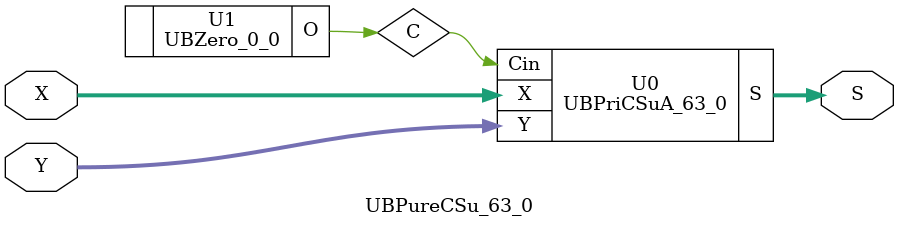
<source format=v>
/*----------------------------------------------------------------------------
  Copyright (c) 2021 Homma laboratory. All rights reserved.

  Top module: UBCSu_15_0_63_0

  Operand-1 length: 16
  Operand-2 length: 64
  Two-operand addition algorithm: Conditional sum adder
----------------------------------------------------------------------------*/

module UB1DCON_0(O, I);
  output O;
  input I;
  assign O = I;
endmodule

module UB1DCON_1(O, I);
  output O;
  input I;
  assign O = I;
endmodule

module UB1DCON_2(O, I);
  output O;
  input I;
  assign O = I;
endmodule

module UB1DCON_3(O, I);
  output O;
  input I;
  assign O = I;
endmodule

module UB1DCON_4(O, I);
  output O;
  input I;
  assign O = I;
endmodule

module UB1DCON_5(O, I);
  output O;
  input I;
  assign O = I;
endmodule

module UB1DCON_6(O, I);
  output O;
  input I;
  assign O = I;
endmodule

module UB1DCON_7(O, I);
  output O;
  input I;
  assign O = I;
endmodule

module UB1DCON_8(O, I);
  output O;
  input I;
  assign O = I;
endmodule

module UB1DCON_9(O, I);
  output O;
  input I;
  assign O = I;
endmodule

module UB1DCON_10(O, I);
  output O;
  input I;
  assign O = I;
endmodule

module UB1DCON_11(O, I);
  output O;
  input I;
  assign O = I;
endmodule

module UB1DCON_12(O, I);
  output O;
  input I;
  assign O = I;
endmodule

module UB1DCON_13(O, I);
  output O;
  input I;
  assign O = I;
endmodule

module UB1DCON_14(O, I);
  output O;
  input I;
  assign O = I;
endmodule

module UB1DCON_15(O, I);
  output O;
  input I;
  assign O = I;
endmodule

module UBZero_63_16(O);
  output [63:16] O;
  assign O[16] = 0;
  assign O[17] = 0;
  assign O[18] = 0;
  assign O[19] = 0;
  assign O[20] = 0;
  assign O[21] = 0;
  assign O[22] = 0;
  assign O[23] = 0;
  assign O[24] = 0;
  assign O[25] = 0;
  assign O[26] = 0;
  assign O[27] = 0;
  assign O[28] = 0;
  assign O[29] = 0;
  assign O[30] = 0;
  assign O[31] = 0;
  assign O[32] = 0;
  assign O[33] = 0;
  assign O[34] = 0;
  assign O[35] = 0;
  assign O[36] = 0;
  assign O[37] = 0;
  assign O[38] = 0;
  assign O[39] = 0;
  assign O[40] = 0;
  assign O[41] = 0;
  assign O[42] = 0;
  assign O[43] = 0;
  assign O[44] = 0;
  assign O[45] = 0;
  assign O[46] = 0;
  assign O[47] = 0;
  assign O[48] = 0;
  assign O[49] = 0;
  assign O[50] = 0;
  assign O[51] = 0;
  assign O[52] = 0;
  assign O[53] = 0;
  assign O[54] = 0;
  assign O[55] = 0;
  assign O[56] = 0;
  assign O[57] = 0;
  assign O[58] = 0;
  assign O[59] = 0;
  assign O[60] = 0;
  assign O[61] = 0;
  assign O[62] = 0;
  assign O[63] = 0;
endmodule

module UBFA_0(C, S, X, Y, Z);
  output C;
  output S;
  input X;
  input Y;
  input Z;
  assign C = ( X & Y ) | ( Y & Z ) | ( Z & X );
  assign S = X ^ Y ^ Z;
endmodule

module UBHCSuB_0_0(C, S, X, Y, Ci);
  output C;
  output S;
  input Ci;
  input X;
  input Y;
  UBFA_0 U0 (C, S, X, Y, Ci);
endmodule

module UBZero_1_1(O);
  output [1:1] O;
  assign O[1] = 0;
endmodule

module UBOne_1(O);
  output O;
  assign O = 1;
endmodule

module UBFA_1(C, S, X, Y, Z);
  output C;
  output S;
  input X;
  input Y;
  input Z;
  assign C = ( X & Y ) | ( Y & Z ) | ( Z & X );
  assign S = X ^ Y ^ Z;
endmodule

module UBCSuB_1_1(C_0, C_1, S_0, S_1, X, Y);
  output C_0;
  output C_1;
  output S_0;
  output S_1;
  input X;
  input Y;
  wire Ci_0;
  wire Ci_1;
  wire Co_0;
  wire Co_1;
  assign C_0 = ( Co_0 & ( ~ Ci_0 ) ) | ( Co_1 & Ci_0 );
  assign C_1 = ( Co_0 & ( ~ Ci_1 ) ) | ( Co_1 & Ci_1 );
  UBZero_1_1 U0 (Ci_0);
  UBOne_1 U1 (Ci_1);
  UBFA_1 U2 (Co_0, S_0, X, Y, Ci_0);
  UBFA_1 U3 (Co_1, S_1, X, Y, Ci_1);
endmodule

module UBHCSuB_1_0(C, S, X, Y, Ci);
  output C;
  output [1:0] S;
  input Ci;
  input [1:0] X;
  input [1:0] Y;
  wire C_0;
  wire C_1;
  wire Co;
  wire S_0;
  wire S_1;
  assign S[1] = ( S_0 & ( ~ Co ) ) | ( S_1 & Co );
  assign C = ( C_0 & ( ~ Co ) ) | ( C_1 & Co );
  UBHCSuB_0_0 U0 (Co, S[0], X[0], Y[0], Ci);
  UBCSuB_1_1 U1 (C_0, C_1, S_0, S_1, X[1], Y[1]);
endmodule

module UBZero_2_2(O);
  output [2:2] O;
  assign O[2] = 0;
endmodule

module UBOne_2(O);
  output O;
  assign O = 1;
endmodule

module UBFA_2(C, S, X, Y, Z);
  output C;
  output S;
  input X;
  input Y;
  input Z;
  assign C = ( X & Y ) | ( Y & Z ) | ( Z & X );
  assign S = X ^ Y ^ Z;
endmodule

module UBCSuB_2_2(C_0, C_1, S_0, S_1, X, Y);
  output C_0;
  output C_1;
  output S_0;
  output S_1;
  input X;
  input Y;
  wire Ci_0;
  wire Ci_1;
  wire Co_0;
  wire Co_1;
  assign C_0 = ( Co_0 & ( ~ Ci_0 ) ) | ( Co_1 & Ci_0 );
  assign C_1 = ( Co_0 & ( ~ Ci_1 ) ) | ( Co_1 & Ci_1 );
  UBZero_2_2 U0 (Ci_0);
  UBOne_2 U1 (Ci_1);
  UBFA_2 U2 (Co_0, S_0, X, Y, Ci_0);
  UBFA_2 U3 (Co_1, S_1, X, Y, Ci_1);
endmodule

module UBZero_3_3(O);
  output [3:3] O;
  assign O[3] = 0;
endmodule

module UBOne_3(O);
  output O;
  assign O = 1;
endmodule

module UBFA_3(C, S, X, Y, Z);
  output C;
  output S;
  input X;
  input Y;
  input Z;
  assign C = ( X & Y ) | ( Y & Z ) | ( Z & X );
  assign S = X ^ Y ^ Z;
endmodule

module UBCSuB_3_3(C_0, C_1, S_0, S_1, X, Y);
  output C_0;
  output C_1;
  output S_0;
  output S_1;
  input X;
  input Y;
  wire Ci_0;
  wire Ci_1;
  wire Co_0;
  wire Co_1;
  assign C_0 = ( Co_0 & ( ~ Ci_0 ) ) | ( Co_1 & Ci_0 );
  assign C_1 = ( Co_0 & ( ~ Ci_1 ) ) | ( Co_1 & Ci_1 );
  UBZero_3_3 U0 (Ci_0);
  UBOne_3 U1 (Ci_1);
  UBFA_3 U2 (Co_0, S_0, X, Y, Ci_0);
  UBFA_3 U3 (Co_1, S_1, X, Y, Ci_1);
endmodule

module UBCSuB_3_2(C_0, C_1, S_0, S_1, X, Y);
  output C_0;
  output C_1;
  output [3:2] S_0;
  output [3:2] S_1;
  input [3:2] X;
  input [3:2] Y;
  wire Ci_0;
  wire Ci_1;
  wire Co_0;
  wire Co_1;
  wire So_0;
  wire So_1;
  assign S_0[3] = ( So_0 & ( ~ Ci_0 ) ) | ( So_1 & Ci_0 );
  assign C_0 = ( Co_0 & ( ~ Ci_0 ) ) | ( Co_1 & Ci_0 );
  assign S_1[3] = ( So_0 & ( ~ Ci_1 ) ) | ( So_1 & Ci_1 );
  assign C_1 = ( Co_0 & ( ~ Ci_1 ) ) | ( Co_1 & Ci_1 );
  UBCSuB_2_2 U0 (Ci_0, Ci_1, S_0[2], S_1[2], X[2], Y[2]);
  UBCSuB_3_3 U1 (Co_0, Co_1, So_0, So_1, X[3], Y[3]);
endmodule

module UBHCSuB_3_0(C, S, X, Y, Ci);
  output C;
  output [3:0] S;
  input Ci;
  input [3:0] X;
  input [3:0] Y;
  wire C_0;
  wire C_1;
  wire Co;
  wire [3:2] S_0;
  wire [3:2] S_1;
  assign S[2] = ( S_0[2] & ( ~ Co ) ) | ( S_1[2] & Co );
  assign S[3] = ( S_0[3] & ( ~ Co ) ) | ( S_1[3] & Co );
  assign C = ( C_0 & ( ~ Co ) ) | ( C_1 & Co );
  UBHCSuB_1_0 U0 (Co, S[1:0], X[1:0], Y[1:0], Ci);
  UBCSuB_3_2 U1 (C_0, C_1, S_0, S_1, X[3:2], Y[3:2]);
endmodule

module UBZero_4_4(O);
  output [4:4] O;
  assign O[4] = 0;
endmodule

module UBOne_4(O);
  output O;
  assign O = 1;
endmodule

module UBFA_4(C, S, X, Y, Z);
  output C;
  output S;
  input X;
  input Y;
  input Z;
  assign C = ( X & Y ) | ( Y & Z ) | ( Z & X );
  assign S = X ^ Y ^ Z;
endmodule

module UBCSuB_4_4(C_0, C_1, S_0, S_1, X, Y);
  output C_0;
  output C_1;
  output S_0;
  output S_1;
  input X;
  input Y;
  wire Ci_0;
  wire Ci_1;
  wire Co_0;
  wire Co_1;
  assign C_0 = ( Co_0 & ( ~ Ci_0 ) ) | ( Co_1 & Ci_0 );
  assign C_1 = ( Co_0 & ( ~ Ci_1 ) ) | ( Co_1 & Ci_1 );
  UBZero_4_4 U0 (Ci_0);
  UBOne_4 U1 (Ci_1);
  UBFA_4 U2 (Co_0, S_0, X, Y, Ci_0);
  UBFA_4 U3 (Co_1, S_1, X, Y, Ci_1);
endmodule

module UBZero_5_5(O);
  output [5:5] O;
  assign O[5] = 0;
endmodule

module UBOne_5(O);
  output O;
  assign O = 1;
endmodule

module UBFA_5(C, S, X, Y, Z);
  output C;
  output S;
  input X;
  input Y;
  input Z;
  assign C = ( X & Y ) | ( Y & Z ) | ( Z & X );
  assign S = X ^ Y ^ Z;
endmodule

module UBCSuB_5_5(C_0, C_1, S_0, S_1, X, Y);
  output C_0;
  output C_1;
  output S_0;
  output S_1;
  input X;
  input Y;
  wire Ci_0;
  wire Ci_1;
  wire Co_0;
  wire Co_1;
  assign C_0 = ( Co_0 & ( ~ Ci_0 ) ) | ( Co_1 & Ci_0 );
  assign C_1 = ( Co_0 & ( ~ Ci_1 ) ) | ( Co_1 & Ci_1 );
  UBZero_5_5 U0 (Ci_0);
  UBOne_5 U1 (Ci_1);
  UBFA_5 U2 (Co_0, S_0, X, Y, Ci_0);
  UBFA_5 U3 (Co_1, S_1, X, Y, Ci_1);
endmodule

module UBCSuB_5_4(C_0, C_1, S_0, S_1, X, Y);
  output C_0;
  output C_1;
  output [5:4] S_0;
  output [5:4] S_1;
  input [5:4] X;
  input [5:4] Y;
  wire Ci_0;
  wire Ci_1;
  wire Co_0;
  wire Co_1;
  wire So_0;
  wire So_1;
  assign S_0[5] = ( So_0 & ( ~ Ci_0 ) ) | ( So_1 & Ci_0 );
  assign C_0 = ( Co_0 & ( ~ Ci_0 ) ) | ( Co_1 & Ci_0 );
  assign S_1[5] = ( So_0 & ( ~ Ci_1 ) ) | ( So_1 & Ci_1 );
  assign C_1 = ( Co_0 & ( ~ Ci_1 ) ) | ( Co_1 & Ci_1 );
  UBCSuB_4_4 U0 (Ci_0, Ci_1, S_0[4], S_1[4], X[4], Y[4]);
  UBCSuB_5_5 U1 (Co_0, Co_1, So_0, So_1, X[5], Y[5]);
endmodule

module UBZero_6_6(O);
  output [6:6] O;
  assign O[6] = 0;
endmodule

module UBOne_6(O);
  output O;
  assign O = 1;
endmodule

module UBFA_6(C, S, X, Y, Z);
  output C;
  output S;
  input X;
  input Y;
  input Z;
  assign C = ( X & Y ) | ( Y & Z ) | ( Z & X );
  assign S = X ^ Y ^ Z;
endmodule

module UBCSuB_6_6(C_0, C_1, S_0, S_1, X, Y);
  output C_0;
  output C_1;
  output S_0;
  output S_1;
  input X;
  input Y;
  wire Ci_0;
  wire Ci_1;
  wire Co_0;
  wire Co_1;
  assign C_0 = ( Co_0 & ( ~ Ci_0 ) ) | ( Co_1 & Ci_0 );
  assign C_1 = ( Co_0 & ( ~ Ci_1 ) ) | ( Co_1 & Ci_1 );
  UBZero_6_6 U0 (Ci_0);
  UBOne_6 U1 (Ci_1);
  UBFA_6 U2 (Co_0, S_0, X, Y, Ci_0);
  UBFA_6 U3 (Co_1, S_1, X, Y, Ci_1);
endmodule

module UBZero_7_7(O);
  output [7:7] O;
  assign O[7] = 0;
endmodule

module UBOne_7(O);
  output O;
  assign O = 1;
endmodule

module UBFA_7(C, S, X, Y, Z);
  output C;
  output S;
  input X;
  input Y;
  input Z;
  assign C = ( X & Y ) | ( Y & Z ) | ( Z & X );
  assign S = X ^ Y ^ Z;
endmodule

module UBCSuB_7_7(C_0, C_1, S_0, S_1, X, Y);
  output C_0;
  output C_1;
  output S_0;
  output S_1;
  input X;
  input Y;
  wire Ci_0;
  wire Ci_1;
  wire Co_0;
  wire Co_1;
  assign C_0 = ( Co_0 & ( ~ Ci_0 ) ) | ( Co_1 & Ci_0 );
  assign C_1 = ( Co_0 & ( ~ Ci_1 ) ) | ( Co_1 & Ci_1 );
  UBZero_7_7 U0 (Ci_0);
  UBOne_7 U1 (Ci_1);
  UBFA_7 U2 (Co_0, S_0, X, Y, Ci_0);
  UBFA_7 U3 (Co_1, S_1, X, Y, Ci_1);
endmodule

module UBCSuB_7_6(C_0, C_1, S_0, S_1, X, Y);
  output C_0;
  output C_1;
  output [7:6] S_0;
  output [7:6] S_1;
  input [7:6] X;
  input [7:6] Y;
  wire Ci_0;
  wire Ci_1;
  wire Co_0;
  wire Co_1;
  wire So_0;
  wire So_1;
  assign S_0[7] = ( So_0 & ( ~ Ci_0 ) ) | ( So_1 & Ci_0 );
  assign C_0 = ( Co_0 & ( ~ Ci_0 ) ) | ( Co_1 & Ci_0 );
  assign S_1[7] = ( So_0 & ( ~ Ci_1 ) ) | ( So_1 & Ci_1 );
  assign C_1 = ( Co_0 & ( ~ Ci_1 ) ) | ( Co_1 & Ci_1 );
  UBCSuB_6_6 U0 (Ci_0, Ci_1, S_0[6], S_1[6], X[6], Y[6]);
  UBCSuB_7_7 U1 (Co_0, Co_1, So_0, So_1, X[7], Y[7]);
endmodule

module UBCSuB_7_4(C_0, C_1, S_0, S_1, X, Y);
  output C_0;
  output C_1;
  output [7:4] S_0;
  output [7:4] S_1;
  input [7:4] X;
  input [7:4] Y;
  wire Ci_0;
  wire Ci_1;
  wire Co_0;
  wire Co_1;
  wire [7:6] So_0;
  wire [7:6] So_1;
  assign S_0[6] = ( So_0[6] & ( ~ Ci_0 ) ) | ( So_1[6] & Ci_0 );
  assign S_0[7] = ( So_0[7] & ( ~ Ci_0 ) ) | ( So_1[7] & Ci_0 );
  assign C_0 = ( Co_0 & ( ~ Ci_0 ) ) | ( Co_1 & Ci_0 );
  assign S_1[6] = ( So_0[6] & ( ~ Ci_1 ) ) | ( So_1[6] & Ci_1 );
  assign S_1[7] = ( So_0[7] & ( ~ Ci_1 ) ) | ( So_1[7] & Ci_1 );
  assign C_1 = ( Co_0 & ( ~ Ci_1 ) ) | ( Co_1 & Ci_1 );
  UBCSuB_5_4 U0 (Ci_0, Ci_1, S_0[5:4], S_1[5:4], X[5:4], Y[5:4]);
  UBCSuB_7_6 U1 (Co_0, Co_1, So_0, So_1, X[7:6], Y[7:6]);
endmodule

module UBHCSuB_7_0(C, S, X, Y, Ci);
  output C;
  output [7:0] S;
  input Ci;
  input [7:0] X;
  input [7:0] Y;
  wire C_0;
  wire C_1;
  wire Co;
  wire [7:4] S_0;
  wire [7:4] S_1;
  assign S[4] = ( S_0[4] & ( ~ Co ) ) | ( S_1[4] & Co );
  assign S[5] = ( S_0[5] & ( ~ Co ) ) | ( S_1[5] & Co );
  assign S[6] = ( S_0[6] & ( ~ Co ) ) | ( S_1[6] & Co );
  assign S[7] = ( S_0[7] & ( ~ Co ) ) | ( S_1[7] & Co );
  assign C = ( C_0 & ( ~ Co ) ) | ( C_1 & Co );
  UBHCSuB_3_0 U0 (Co, S[3:0], X[3:0], Y[3:0], Ci);
  UBCSuB_7_4 U1 (C_0, C_1, S_0, S_1, X[7:4], Y[7:4]);
endmodule

module UBZero_8_8(O);
  output [8:8] O;
  assign O[8] = 0;
endmodule

module UBOne_8(O);
  output O;
  assign O = 1;
endmodule

module UBFA_8(C, S, X, Y, Z);
  output C;
  output S;
  input X;
  input Y;
  input Z;
  assign C = ( X & Y ) | ( Y & Z ) | ( Z & X );
  assign S = X ^ Y ^ Z;
endmodule

module UBCSuB_8_8(C_0, C_1, S_0, S_1, X, Y);
  output C_0;
  output C_1;
  output S_0;
  output S_1;
  input X;
  input Y;
  wire Ci_0;
  wire Ci_1;
  wire Co_0;
  wire Co_1;
  assign C_0 = ( Co_0 & ( ~ Ci_0 ) ) | ( Co_1 & Ci_0 );
  assign C_1 = ( Co_0 & ( ~ Ci_1 ) ) | ( Co_1 & Ci_1 );
  UBZero_8_8 U0 (Ci_0);
  UBOne_8 U1 (Ci_1);
  UBFA_8 U2 (Co_0, S_0, X, Y, Ci_0);
  UBFA_8 U3 (Co_1, S_1, X, Y, Ci_1);
endmodule

module UBZero_9_9(O);
  output [9:9] O;
  assign O[9] = 0;
endmodule

module UBOne_9(O);
  output O;
  assign O = 1;
endmodule

module UBFA_9(C, S, X, Y, Z);
  output C;
  output S;
  input X;
  input Y;
  input Z;
  assign C = ( X & Y ) | ( Y & Z ) | ( Z & X );
  assign S = X ^ Y ^ Z;
endmodule

module UBCSuB_9_9(C_0, C_1, S_0, S_1, X, Y);
  output C_0;
  output C_1;
  output S_0;
  output S_1;
  input X;
  input Y;
  wire Ci_0;
  wire Ci_1;
  wire Co_0;
  wire Co_1;
  assign C_0 = ( Co_0 & ( ~ Ci_0 ) ) | ( Co_1 & Ci_0 );
  assign C_1 = ( Co_0 & ( ~ Ci_1 ) ) | ( Co_1 & Ci_1 );
  UBZero_9_9 U0 (Ci_0);
  UBOne_9 U1 (Ci_1);
  UBFA_9 U2 (Co_0, S_0, X, Y, Ci_0);
  UBFA_9 U3 (Co_1, S_1, X, Y, Ci_1);
endmodule

module UBCSuB_9_8(C_0, C_1, S_0, S_1, X, Y);
  output C_0;
  output C_1;
  output [9:8] S_0;
  output [9:8] S_1;
  input [9:8] X;
  input [9:8] Y;
  wire Ci_0;
  wire Ci_1;
  wire Co_0;
  wire Co_1;
  wire So_0;
  wire So_1;
  assign S_0[9] = ( So_0 & ( ~ Ci_0 ) ) | ( So_1 & Ci_0 );
  assign C_0 = ( Co_0 & ( ~ Ci_0 ) ) | ( Co_1 & Ci_0 );
  assign S_1[9] = ( So_0 & ( ~ Ci_1 ) ) | ( So_1 & Ci_1 );
  assign C_1 = ( Co_0 & ( ~ Ci_1 ) ) | ( Co_1 & Ci_1 );
  UBCSuB_8_8 U0 (Ci_0, Ci_1, S_0[8], S_1[8], X[8], Y[8]);
  UBCSuB_9_9 U1 (Co_0, Co_1, So_0, So_1, X[9], Y[9]);
endmodule

module UBZero_10_10(O);
  output [10:10] O;
  assign O[10] = 0;
endmodule

module UBOne_10(O);
  output O;
  assign O = 1;
endmodule

module UBFA_10(C, S, X, Y, Z);
  output C;
  output S;
  input X;
  input Y;
  input Z;
  assign C = ( X & Y ) | ( Y & Z ) | ( Z & X );
  assign S = X ^ Y ^ Z;
endmodule

module UBCSuB_10_10(C_0, C_1, S_0, S_1, X, Y);
  output C_0;
  output C_1;
  output S_0;
  output S_1;
  input X;
  input Y;
  wire Ci_0;
  wire Ci_1;
  wire Co_0;
  wire Co_1;
  assign C_0 = ( Co_0 & ( ~ Ci_0 ) ) | ( Co_1 & Ci_0 );
  assign C_1 = ( Co_0 & ( ~ Ci_1 ) ) | ( Co_1 & Ci_1 );
  UBZero_10_10 U0 (Ci_0);
  UBOne_10 U1 (Ci_1);
  UBFA_10 U2 (Co_0, S_0, X, Y, Ci_0);
  UBFA_10 U3 (Co_1, S_1, X, Y, Ci_1);
endmodule

module UBZero_11_11(O);
  output [11:11] O;
  assign O[11] = 0;
endmodule

module UBOne_11(O);
  output O;
  assign O = 1;
endmodule

module UBFA_11(C, S, X, Y, Z);
  output C;
  output S;
  input X;
  input Y;
  input Z;
  assign C = ( X & Y ) | ( Y & Z ) | ( Z & X );
  assign S = X ^ Y ^ Z;
endmodule

module UBCSuB_11_11(C_0, C_1, S_0, S_1, X, Y);
  output C_0;
  output C_1;
  output S_0;
  output S_1;
  input X;
  input Y;
  wire Ci_0;
  wire Ci_1;
  wire Co_0;
  wire Co_1;
  assign C_0 = ( Co_0 & ( ~ Ci_0 ) ) | ( Co_1 & Ci_0 );
  assign C_1 = ( Co_0 & ( ~ Ci_1 ) ) | ( Co_1 & Ci_1 );
  UBZero_11_11 U0 (Ci_0);
  UBOne_11 U1 (Ci_1);
  UBFA_11 U2 (Co_0, S_0, X, Y, Ci_0);
  UBFA_11 U3 (Co_1, S_1, X, Y, Ci_1);
endmodule

module UBCSuB_11_10(C_0, C_1, S_0, S_1, X, Y);
  output C_0;
  output C_1;
  output [11:10] S_0;
  output [11:10] S_1;
  input [11:10] X;
  input [11:10] Y;
  wire Ci_0;
  wire Ci_1;
  wire Co_0;
  wire Co_1;
  wire So_0;
  wire So_1;
  assign S_0[11] = ( So_0 & ( ~ Ci_0 ) ) | ( So_1 & Ci_0 );
  assign C_0 = ( Co_0 & ( ~ Ci_0 ) ) | ( Co_1 & Ci_0 );
  assign S_1[11] = ( So_0 & ( ~ Ci_1 ) ) | ( So_1 & Ci_1 );
  assign C_1 = ( Co_0 & ( ~ Ci_1 ) ) | ( Co_1 & Ci_1 );
  UBCSuB_10_10 U0 (Ci_0, Ci_1, S_0[10], S_1[10], X[10], Y[10]);
  UBCSuB_11_11 U1 (Co_0, Co_1, So_0, So_1, X[11], Y[11]);
endmodule

module UBCSuB_11_8(C_0, C_1, S_0, S_1, X, Y);
  output C_0;
  output C_1;
  output [11:8] S_0;
  output [11:8] S_1;
  input [11:8] X;
  input [11:8] Y;
  wire Ci_0;
  wire Ci_1;
  wire Co_0;
  wire Co_1;
  wire [11:10] So_0;
  wire [11:10] So_1;
  assign S_0[10] = ( So_0[10] & ( ~ Ci_0 ) ) | ( So_1[10] & Ci_0 );
  assign S_0[11] = ( So_0[11] & ( ~ Ci_0 ) ) | ( So_1[11] & Ci_0 );
  assign C_0 = ( Co_0 & ( ~ Ci_0 ) ) | ( Co_1 & Ci_0 );
  assign S_1[10] = ( So_0[10] & ( ~ Ci_1 ) ) | ( So_1[10] & Ci_1 );
  assign S_1[11] = ( So_0[11] & ( ~ Ci_1 ) ) | ( So_1[11] & Ci_1 );
  assign C_1 = ( Co_0 & ( ~ Ci_1 ) ) | ( Co_1 & Ci_1 );
  UBCSuB_9_8 U0 (Ci_0, Ci_1, S_0[9:8], S_1[9:8], X[9:8], Y[9:8]);
  UBCSuB_11_10 U1 (Co_0, Co_1, So_0, So_1, X[11:10], Y[11:10]);
endmodule

module UBZero_12_12(O);
  output [12:12] O;
  assign O[12] = 0;
endmodule

module UBOne_12(O);
  output O;
  assign O = 1;
endmodule

module UBFA_12(C, S, X, Y, Z);
  output C;
  output S;
  input X;
  input Y;
  input Z;
  assign C = ( X & Y ) | ( Y & Z ) | ( Z & X );
  assign S = X ^ Y ^ Z;
endmodule

module UBCSuB_12_12(C_0, C_1, S_0, S_1, X, Y);
  output C_0;
  output C_1;
  output S_0;
  output S_1;
  input X;
  input Y;
  wire Ci_0;
  wire Ci_1;
  wire Co_0;
  wire Co_1;
  assign C_0 = ( Co_0 & ( ~ Ci_0 ) ) | ( Co_1 & Ci_0 );
  assign C_1 = ( Co_0 & ( ~ Ci_1 ) ) | ( Co_1 & Ci_1 );
  UBZero_12_12 U0 (Ci_0);
  UBOne_12 U1 (Ci_1);
  UBFA_12 U2 (Co_0, S_0, X, Y, Ci_0);
  UBFA_12 U3 (Co_1, S_1, X, Y, Ci_1);
endmodule

module UBZero_13_13(O);
  output [13:13] O;
  assign O[13] = 0;
endmodule

module UBOne_13(O);
  output O;
  assign O = 1;
endmodule

module UBFA_13(C, S, X, Y, Z);
  output C;
  output S;
  input X;
  input Y;
  input Z;
  assign C = ( X & Y ) | ( Y & Z ) | ( Z & X );
  assign S = X ^ Y ^ Z;
endmodule

module UBCSuB_13_13(C_0, C_1, S_0, S_1, X, Y);
  output C_0;
  output C_1;
  output S_0;
  output S_1;
  input X;
  input Y;
  wire Ci_0;
  wire Ci_1;
  wire Co_0;
  wire Co_1;
  assign C_0 = ( Co_0 & ( ~ Ci_0 ) ) | ( Co_1 & Ci_0 );
  assign C_1 = ( Co_0 & ( ~ Ci_1 ) ) | ( Co_1 & Ci_1 );
  UBZero_13_13 U0 (Ci_0);
  UBOne_13 U1 (Ci_1);
  UBFA_13 U2 (Co_0, S_0, X, Y, Ci_0);
  UBFA_13 U3 (Co_1, S_1, X, Y, Ci_1);
endmodule

module UBCSuB_13_12(C_0, C_1, S_0, S_1, X, Y);
  output C_0;
  output C_1;
  output [13:12] S_0;
  output [13:12] S_1;
  input [13:12] X;
  input [13:12] Y;
  wire Ci_0;
  wire Ci_1;
  wire Co_0;
  wire Co_1;
  wire So_0;
  wire So_1;
  assign S_0[13] = ( So_0 & ( ~ Ci_0 ) ) | ( So_1 & Ci_0 );
  assign C_0 = ( Co_0 & ( ~ Ci_0 ) ) | ( Co_1 & Ci_0 );
  assign S_1[13] = ( So_0 & ( ~ Ci_1 ) ) | ( So_1 & Ci_1 );
  assign C_1 = ( Co_0 & ( ~ Ci_1 ) ) | ( Co_1 & Ci_1 );
  UBCSuB_12_12 U0 (Ci_0, Ci_1, S_0[12], S_1[12], X[12], Y[12]);
  UBCSuB_13_13 U1 (Co_0, Co_1, So_0, So_1, X[13], Y[13]);
endmodule

module UBZero_14_14(O);
  output [14:14] O;
  assign O[14] = 0;
endmodule

module UBOne_14(O);
  output O;
  assign O = 1;
endmodule

module UBFA_14(C, S, X, Y, Z);
  output C;
  output S;
  input X;
  input Y;
  input Z;
  assign C = ( X & Y ) | ( Y & Z ) | ( Z & X );
  assign S = X ^ Y ^ Z;
endmodule

module UBCSuB_14_14(C_0, C_1, S_0, S_1, X, Y);
  output C_0;
  output C_1;
  output S_0;
  output S_1;
  input X;
  input Y;
  wire Ci_0;
  wire Ci_1;
  wire Co_0;
  wire Co_1;
  assign C_0 = ( Co_0 & ( ~ Ci_0 ) ) | ( Co_1 & Ci_0 );
  assign C_1 = ( Co_0 & ( ~ Ci_1 ) ) | ( Co_1 & Ci_1 );
  UBZero_14_14 U0 (Ci_0);
  UBOne_14 U1 (Ci_1);
  UBFA_14 U2 (Co_0, S_0, X, Y, Ci_0);
  UBFA_14 U3 (Co_1, S_1, X, Y, Ci_1);
endmodule

module UBZero_15_15(O);
  output [15:15] O;
  assign O[15] = 0;
endmodule

module UBOne_15(O);
  output O;
  assign O = 1;
endmodule

module UBFA_15(C, S, X, Y, Z);
  output C;
  output S;
  input X;
  input Y;
  input Z;
  assign C = ( X & Y ) | ( Y & Z ) | ( Z & X );
  assign S = X ^ Y ^ Z;
endmodule

module UBCSuB_15_15(C_0, C_1, S_0, S_1, X, Y);
  output C_0;
  output C_1;
  output S_0;
  output S_1;
  input X;
  input Y;
  wire Ci_0;
  wire Ci_1;
  wire Co_0;
  wire Co_1;
  assign C_0 = ( Co_0 & ( ~ Ci_0 ) ) | ( Co_1 & Ci_0 );
  assign C_1 = ( Co_0 & ( ~ Ci_1 ) ) | ( Co_1 & Ci_1 );
  UBZero_15_15 U0 (Ci_0);
  UBOne_15 U1 (Ci_1);
  UBFA_15 U2 (Co_0, S_0, X, Y, Ci_0);
  UBFA_15 U3 (Co_1, S_1, X, Y, Ci_1);
endmodule

module UBCSuB_15_14(C_0, C_1, S_0, S_1, X, Y);
  output C_0;
  output C_1;
  output [15:14] S_0;
  output [15:14] S_1;
  input [15:14] X;
  input [15:14] Y;
  wire Ci_0;
  wire Ci_1;
  wire Co_0;
  wire Co_1;
  wire So_0;
  wire So_1;
  assign S_0[15] = ( So_0 & ( ~ Ci_0 ) ) | ( So_1 & Ci_0 );
  assign C_0 = ( Co_0 & ( ~ Ci_0 ) ) | ( Co_1 & Ci_0 );
  assign S_1[15] = ( So_0 & ( ~ Ci_1 ) ) | ( So_1 & Ci_1 );
  assign C_1 = ( Co_0 & ( ~ Ci_1 ) ) | ( Co_1 & Ci_1 );
  UBCSuB_14_14 U0 (Ci_0, Ci_1, S_0[14], S_1[14], X[14], Y[14]);
  UBCSuB_15_15 U1 (Co_0, Co_1, So_0, So_1, X[15], Y[15]);
endmodule

module UBCSuB_15_12(C_0, C_1, S_0, S_1, X, Y);
  output C_0;
  output C_1;
  output [15:12] S_0;
  output [15:12] S_1;
  input [15:12] X;
  input [15:12] Y;
  wire Ci_0;
  wire Ci_1;
  wire Co_0;
  wire Co_1;
  wire [15:14] So_0;
  wire [15:14] So_1;
  assign S_0[14] = ( So_0[14] & ( ~ Ci_0 ) ) | ( So_1[14] & Ci_0 );
  assign S_0[15] = ( So_0[15] & ( ~ Ci_0 ) ) | ( So_1[15] & Ci_0 );
  assign C_0 = ( Co_0 & ( ~ Ci_0 ) ) | ( Co_1 & Ci_0 );
  assign S_1[14] = ( So_0[14] & ( ~ Ci_1 ) ) | ( So_1[14] & Ci_1 );
  assign S_1[15] = ( So_0[15] & ( ~ Ci_1 ) ) | ( So_1[15] & Ci_1 );
  assign C_1 = ( Co_0 & ( ~ Ci_1 ) ) | ( Co_1 & Ci_1 );
  UBCSuB_13_12 U0 (Ci_0, Ci_1, S_0[13:12], S_1[13:12], X[13:12], Y[13:12]);
  UBCSuB_15_14 U1 (Co_0, Co_1, So_0, So_1, X[15:14], Y[15:14]);
endmodule

module UBCSuB_15_8(C_0, C_1, S_0, S_1, X, Y);
  output C_0;
  output C_1;
  output [15:8] S_0;
  output [15:8] S_1;
  input [15:8] X;
  input [15:8] Y;
  wire Ci_0;
  wire Ci_1;
  wire Co_0;
  wire Co_1;
  wire [15:12] So_0;
  wire [15:12] So_1;
  assign S_0[12] = ( So_0[12] & ( ~ Ci_0 ) ) | ( So_1[12] & Ci_0 );
  assign S_0[13] = ( So_0[13] & ( ~ Ci_0 ) ) | ( So_1[13] & Ci_0 );
  assign S_0[14] = ( So_0[14] & ( ~ Ci_0 ) ) | ( So_1[14] & Ci_0 );
  assign S_0[15] = ( So_0[15] & ( ~ Ci_0 ) ) | ( So_1[15] & Ci_0 );
  assign C_0 = ( Co_0 & ( ~ Ci_0 ) ) | ( Co_1 & Ci_0 );
  assign S_1[12] = ( So_0[12] & ( ~ Ci_1 ) ) | ( So_1[12] & Ci_1 );
  assign S_1[13] = ( So_0[13] & ( ~ Ci_1 ) ) | ( So_1[13] & Ci_1 );
  assign S_1[14] = ( So_0[14] & ( ~ Ci_1 ) ) | ( So_1[14] & Ci_1 );
  assign S_1[15] = ( So_0[15] & ( ~ Ci_1 ) ) | ( So_1[15] & Ci_1 );
  assign C_1 = ( Co_0 & ( ~ Ci_1 ) ) | ( Co_1 & Ci_1 );
  UBCSuB_11_8 U0 (Ci_0, Ci_1, S_0[11:8], S_1[11:8], X[11:8], Y[11:8]);
  UBCSuB_15_12 U1 (Co_0, Co_1, So_0, So_1, X[15:12], Y[15:12]);
endmodule

module UBHCSuB_15_0(C, S, X, Y, Ci);
  output C;
  output [15:0] S;
  input Ci;
  input [15:0] X;
  input [15:0] Y;
  wire C_0;
  wire C_1;
  wire Co;
  wire [15:8] S_0;
  wire [15:8] S_1;
  assign S[8] = ( S_0[8] & ( ~ Co ) ) | ( S_1[8] & Co );
  assign S[9] = ( S_0[9] & ( ~ Co ) ) | ( S_1[9] & Co );
  assign S[10] = ( S_0[10] & ( ~ Co ) ) | ( S_1[10] & Co );
  assign S[11] = ( S_0[11] & ( ~ Co ) ) | ( S_1[11] & Co );
  assign S[12] = ( S_0[12] & ( ~ Co ) ) | ( S_1[12] & Co );
  assign S[13] = ( S_0[13] & ( ~ Co ) ) | ( S_1[13] & Co );
  assign S[14] = ( S_0[14] & ( ~ Co ) ) | ( S_1[14] & Co );
  assign S[15] = ( S_0[15] & ( ~ Co ) ) | ( S_1[15] & Co );
  assign C = ( C_0 & ( ~ Co ) ) | ( C_1 & Co );
  UBHCSuB_7_0 U0 (Co, S[7:0], X[7:0], Y[7:0], Ci);
  UBCSuB_15_8 U1 (C_0, C_1, S_0, S_1, X[15:8], Y[15:8]);
endmodule

module UBZero_16_16(O);
  output [16:16] O;
  assign O[16] = 0;
endmodule

module UBOne_16(O);
  output O;
  assign O = 1;
endmodule

module UBFA_16(C, S, X, Y, Z);
  output C;
  output S;
  input X;
  input Y;
  input Z;
  assign C = ( X & Y ) | ( Y & Z ) | ( Z & X );
  assign S = X ^ Y ^ Z;
endmodule

module UBCSuB_16_16(C_0, C_1, S_0, S_1, X, Y);
  output C_0;
  output C_1;
  output S_0;
  output S_1;
  input X;
  input Y;
  wire Ci_0;
  wire Ci_1;
  wire Co_0;
  wire Co_1;
  assign C_0 = ( Co_0 & ( ~ Ci_0 ) ) | ( Co_1 & Ci_0 );
  assign C_1 = ( Co_0 & ( ~ Ci_1 ) ) | ( Co_1 & Ci_1 );
  UBZero_16_16 U0 (Ci_0);
  UBOne_16 U1 (Ci_1);
  UBFA_16 U2 (Co_0, S_0, X, Y, Ci_0);
  UBFA_16 U3 (Co_1, S_1, X, Y, Ci_1);
endmodule

module UBZero_17_17(O);
  output [17:17] O;
  assign O[17] = 0;
endmodule

module UBOne_17(O);
  output O;
  assign O = 1;
endmodule

module UBFA_17(C, S, X, Y, Z);
  output C;
  output S;
  input X;
  input Y;
  input Z;
  assign C = ( X & Y ) | ( Y & Z ) | ( Z & X );
  assign S = X ^ Y ^ Z;
endmodule

module UBCSuB_17_17(C_0, C_1, S_0, S_1, X, Y);
  output C_0;
  output C_1;
  output S_0;
  output S_1;
  input X;
  input Y;
  wire Ci_0;
  wire Ci_1;
  wire Co_0;
  wire Co_1;
  assign C_0 = ( Co_0 & ( ~ Ci_0 ) ) | ( Co_1 & Ci_0 );
  assign C_1 = ( Co_0 & ( ~ Ci_1 ) ) | ( Co_1 & Ci_1 );
  UBZero_17_17 U0 (Ci_0);
  UBOne_17 U1 (Ci_1);
  UBFA_17 U2 (Co_0, S_0, X, Y, Ci_0);
  UBFA_17 U3 (Co_1, S_1, X, Y, Ci_1);
endmodule

module UBCSuB_17_16(C_0, C_1, S_0, S_1, X, Y);
  output C_0;
  output C_1;
  output [17:16] S_0;
  output [17:16] S_1;
  input [17:16] X;
  input [17:16] Y;
  wire Ci_0;
  wire Ci_1;
  wire Co_0;
  wire Co_1;
  wire So_0;
  wire So_1;
  assign S_0[17] = ( So_0 & ( ~ Ci_0 ) ) | ( So_1 & Ci_0 );
  assign C_0 = ( Co_0 & ( ~ Ci_0 ) ) | ( Co_1 & Ci_0 );
  assign S_1[17] = ( So_0 & ( ~ Ci_1 ) ) | ( So_1 & Ci_1 );
  assign C_1 = ( Co_0 & ( ~ Ci_1 ) ) | ( Co_1 & Ci_1 );
  UBCSuB_16_16 U0 (Ci_0, Ci_1, S_0[16], S_1[16], X[16], Y[16]);
  UBCSuB_17_17 U1 (Co_0, Co_1, So_0, So_1, X[17], Y[17]);
endmodule

module UBZero_18_18(O);
  output [18:18] O;
  assign O[18] = 0;
endmodule

module UBOne_18(O);
  output O;
  assign O = 1;
endmodule

module UBFA_18(C, S, X, Y, Z);
  output C;
  output S;
  input X;
  input Y;
  input Z;
  assign C = ( X & Y ) | ( Y & Z ) | ( Z & X );
  assign S = X ^ Y ^ Z;
endmodule

module UBCSuB_18_18(C_0, C_1, S_0, S_1, X, Y);
  output C_0;
  output C_1;
  output S_0;
  output S_1;
  input X;
  input Y;
  wire Ci_0;
  wire Ci_1;
  wire Co_0;
  wire Co_1;
  assign C_0 = ( Co_0 & ( ~ Ci_0 ) ) | ( Co_1 & Ci_0 );
  assign C_1 = ( Co_0 & ( ~ Ci_1 ) ) | ( Co_1 & Ci_1 );
  UBZero_18_18 U0 (Ci_0);
  UBOne_18 U1 (Ci_1);
  UBFA_18 U2 (Co_0, S_0, X, Y, Ci_0);
  UBFA_18 U3 (Co_1, S_1, X, Y, Ci_1);
endmodule

module UBZero_19_19(O);
  output [19:19] O;
  assign O[19] = 0;
endmodule

module UBOne_19(O);
  output O;
  assign O = 1;
endmodule

module UBFA_19(C, S, X, Y, Z);
  output C;
  output S;
  input X;
  input Y;
  input Z;
  assign C = ( X & Y ) | ( Y & Z ) | ( Z & X );
  assign S = X ^ Y ^ Z;
endmodule

module UBCSuB_19_19(C_0, C_1, S_0, S_1, X, Y);
  output C_0;
  output C_1;
  output S_0;
  output S_1;
  input X;
  input Y;
  wire Ci_0;
  wire Ci_1;
  wire Co_0;
  wire Co_1;
  assign C_0 = ( Co_0 & ( ~ Ci_0 ) ) | ( Co_1 & Ci_0 );
  assign C_1 = ( Co_0 & ( ~ Ci_1 ) ) | ( Co_1 & Ci_1 );
  UBZero_19_19 U0 (Ci_0);
  UBOne_19 U1 (Ci_1);
  UBFA_19 U2 (Co_0, S_0, X, Y, Ci_0);
  UBFA_19 U3 (Co_1, S_1, X, Y, Ci_1);
endmodule

module UBCSuB_19_18(C_0, C_1, S_0, S_1, X, Y);
  output C_0;
  output C_1;
  output [19:18] S_0;
  output [19:18] S_1;
  input [19:18] X;
  input [19:18] Y;
  wire Ci_0;
  wire Ci_1;
  wire Co_0;
  wire Co_1;
  wire So_0;
  wire So_1;
  assign S_0[19] = ( So_0 & ( ~ Ci_0 ) ) | ( So_1 & Ci_0 );
  assign C_0 = ( Co_0 & ( ~ Ci_0 ) ) | ( Co_1 & Ci_0 );
  assign S_1[19] = ( So_0 & ( ~ Ci_1 ) ) | ( So_1 & Ci_1 );
  assign C_1 = ( Co_0 & ( ~ Ci_1 ) ) | ( Co_1 & Ci_1 );
  UBCSuB_18_18 U0 (Ci_0, Ci_1, S_0[18], S_1[18], X[18], Y[18]);
  UBCSuB_19_19 U1 (Co_0, Co_1, So_0, So_1, X[19], Y[19]);
endmodule

module UBCSuB_19_16(C_0, C_1, S_0, S_1, X, Y);
  output C_0;
  output C_1;
  output [19:16] S_0;
  output [19:16] S_1;
  input [19:16] X;
  input [19:16] Y;
  wire Ci_0;
  wire Ci_1;
  wire Co_0;
  wire Co_1;
  wire [19:18] So_0;
  wire [19:18] So_1;
  assign S_0[18] = ( So_0[18] & ( ~ Ci_0 ) ) | ( So_1[18] & Ci_0 );
  assign S_0[19] = ( So_0[19] & ( ~ Ci_0 ) ) | ( So_1[19] & Ci_0 );
  assign C_0 = ( Co_0 & ( ~ Ci_0 ) ) | ( Co_1 & Ci_0 );
  assign S_1[18] = ( So_0[18] & ( ~ Ci_1 ) ) | ( So_1[18] & Ci_1 );
  assign S_1[19] = ( So_0[19] & ( ~ Ci_1 ) ) | ( So_1[19] & Ci_1 );
  assign C_1 = ( Co_0 & ( ~ Ci_1 ) ) | ( Co_1 & Ci_1 );
  UBCSuB_17_16 U0 (Ci_0, Ci_1, S_0[17:16], S_1[17:16], X[17:16], Y[17:16]);
  UBCSuB_19_18 U1 (Co_0, Co_1, So_0, So_1, X[19:18], Y[19:18]);
endmodule

module UBZero_20_20(O);
  output [20:20] O;
  assign O[20] = 0;
endmodule

module UBOne_20(O);
  output O;
  assign O = 1;
endmodule

module UBFA_20(C, S, X, Y, Z);
  output C;
  output S;
  input X;
  input Y;
  input Z;
  assign C = ( X & Y ) | ( Y & Z ) | ( Z & X );
  assign S = X ^ Y ^ Z;
endmodule

module UBCSuB_20_20(C_0, C_1, S_0, S_1, X, Y);
  output C_0;
  output C_1;
  output S_0;
  output S_1;
  input X;
  input Y;
  wire Ci_0;
  wire Ci_1;
  wire Co_0;
  wire Co_1;
  assign C_0 = ( Co_0 & ( ~ Ci_0 ) ) | ( Co_1 & Ci_0 );
  assign C_1 = ( Co_0 & ( ~ Ci_1 ) ) | ( Co_1 & Ci_1 );
  UBZero_20_20 U0 (Ci_0);
  UBOne_20 U1 (Ci_1);
  UBFA_20 U2 (Co_0, S_0, X, Y, Ci_0);
  UBFA_20 U3 (Co_1, S_1, X, Y, Ci_1);
endmodule

module UBZero_21_21(O);
  output [21:21] O;
  assign O[21] = 0;
endmodule

module UBOne_21(O);
  output O;
  assign O = 1;
endmodule

module UBFA_21(C, S, X, Y, Z);
  output C;
  output S;
  input X;
  input Y;
  input Z;
  assign C = ( X & Y ) | ( Y & Z ) | ( Z & X );
  assign S = X ^ Y ^ Z;
endmodule

module UBCSuB_21_21(C_0, C_1, S_0, S_1, X, Y);
  output C_0;
  output C_1;
  output S_0;
  output S_1;
  input X;
  input Y;
  wire Ci_0;
  wire Ci_1;
  wire Co_0;
  wire Co_1;
  assign C_0 = ( Co_0 & ( ~ Ci_0 ) ) | ( Co_1 & Ci_0 );
  assign C_1 = ( Co_0 & ( ~ Ci_1 ) ) | ( Co_1 & Ci_1 );
  UBZero_21_21 U0 (Ci_0);
  UBOne_21 U1 (Ci_1);
  UBFA_21 U2 (Co_0, S_0, X, Y, Ci_0);
  UBFA_21 U3 (Co_1, S_1, X, Y, Ci_1);
endmodule

module UBCSuB_21_20(C_0, C_1, S_0, S_1, X, Y);
  output C_0;
  output C_1;
  output [21:20] S_0;
  output [21:20] S_1;
  input [21:20] X;
  input [21:20] Y;
  wire Ci_0;
  wire Ci_1;
  wire Co_0;
  wire Co_1;
  wire So_0;
  wire So_1;
  assign S_0[21] = ( So_0 & ( ~ Ci_0 ) ) | ( So_1 & Ci_0 );
  assign C_0 = ( Co_0 & ( ~ Ci_0 ) ) | ( Co_1 & Ci_0 );
  assign S_1[21] = ( So_0 & ( ~ Ci_1 ) ) | ( So_1 & Ci_1 );
  assign C_1 = ( Co_0 & ( ~ Ci_1 ) ) | ( Co_1 & Ci_1 );
  UBCSuB_20_20 U0 (Ci_0, Ci_1, S_0[20], S_1[20], X[20], Y[20]);
  UBCSuB_21_21 U1 (Co_0, Co_1, So_0, So_1, X[21], Y[21]);
endmodule

module UBZero_22_22(O);
  output [22:22] O;
  assign O[22] = 0;
endmodule

module UBOne_22(O);
  output O;
  assign O = 1;
endmodule

module UBFA_22(C, S, X, Y, Z);
  output C;
  output S;
  input X;
  input Y;
  input Z;
  assign C = ( X & Y ) | ( Y & Z ) | ( Z & X );
  assign S = X ^ Y ^ Z;
endmodule

module UBCSuB_22_22(C_0, C_1, S_0, S_1, X, Y);
  output C_0;
  output C_1;
  output S_0;
  output S_1;
  input X;
  input Y;
  wire Ci_0;
  wire Ci_1;
  wire Co_0;
  wire Co_1;
  assign C_0 = ( Co_0 & ( ~ Ci_0 ) ) | ( Co_1 & Ci_0 );
  assign C_1 = ( Co_0 & ( ~ Ci_1 ) ) | ( Co_1 & Ci_1 );
  UBZero_22_22 U0 (Ci_0);
  UBOne_22 U1 (Ci_1);
  UBFA_22 U2 (Co_0, S_0, X, Y, Ci_0);
  UBFA_22 U3 (Co_1, S_1, X, Y, Ci_1);
endmodule

module UBZero_23_23(O);
  output [23:23] O;
  assign O[23] = 0;
endmodule

module UBOne_23(O);
  output O;
  assign O = 1;
endmodule

module UBFA_23(C, S, X, Y, Z);
  output C;
  output S;
  input X;
  input Y;
  input Z;
  assign C = ( X & Y ) | ( Y & Z ) | ( Z & X );
  assign S = X ^ Y ^ Z;
endmodule

module UBCSuB_23_23(C_0, C_1, S_0, S_1, X, Y);
  output C_0;
  output C_1;
  output S_0;
  output S_1;
  input X;
  input Y;
  wire Ci_0;
  wire Ci_1;
  wire Co_0;
  wire Co_1;
  assign C_0 = ( Co_0 & ( ~ Ci_0 ) ) | ( Co_1 & Ci_0 );
  assign C_1 = ( Co_0 & ( ~ Ci_1 ) ) | ( Co_1 & Ci_1 );
  UBZero_23_23 U0 (Ci_0);
  UBOne_23 U1 (Ci_1);
  UBFA_23 U2 (Co_0, S_0, X, Y, Ci_0);
  UBFA_23 U3 (Co_1, S_1, X, Y, Ci_1);
endmodule

module UBCSuB_23_22(C_0, C_1, S_0, S_1, X, Y);
  output C_0;
  output C_1;
  output [23:22] S_0;
  output [23:22] S_1;
  input [23:22] X;
  input [23:22] Y;
  wire Ci_0;
  wire Ci_1;
  wire Co_0;
  wire Co_1;
  wire So_0;
  wire So_1;
  assign S_0[23] = ( So_0 & ( ~ Ci_0 ) ) | ( So_1 & Ci_0 );
  assign C_0 = ( Co_0 & ( ~ Ci_0 ) ) | ( Co_1 & Ci_0 );
  assign S_1[23] = ( So_0 & ( ~ Ci_1 ) ) | ( So_1 & Ci_1 );
  assign C_1 = ( Co_0 & ( ~ Ci_1 ) ) | ( Co_1 & Ci_1 );
  UBCSuB_22_22 U0 (Ci_0, Ci_1, S_0[22], S_1[22], X[22], Y[22]);
  UBCSuB_23_23 U1 (Co_0, Co_1, So_0, So_1, X[23], Y[23]);
endmodule

module UBCSuB_23_20(C_0, C_1, S_0, S_1, X, Y);
  output C_0;
  output C_1;
  output [23:20] S_0;
  output [23:20] S_1;
  input [23:20] X;
  input [23:20] Y;
  wire Ci_0;
  wire Ci_1;
  wire Co_0;
  wire Co_1;
  wire [23:22] So_0;
  wire [23:22] So_1;
  assign S_0[22] = ( So_0[22] & ( ~ Ci_0 ) ) | ( So_1[22] & Ci_0 );
  assign S_0[23] = ( So_0[23] & ( ~ Ci_0 ) ) | ( So_1[23] & Ci_0 );
  assign C_0 = ( Co_0 & ( ~ Ci_0 ) ) | ( Co_1 & Ci_0 );
  assign S_1[22] = ( So_0[22] & ( ~ Ci_1 ) ) | ( So_1[22] & Ci_1 );
  assign S_1[23] = ( So_0[23] & ( ~ Ci_1 ) ) | ( So_1[23] & Ci_1 );
  assign C_1 = ( Co_0 & ( ~ Ci_1 ) ) | ( Co_1 & Ci_1 );
  UBCSuB_21_20 U0 (Ci_0, Ci_1, S_0[21:20], S_1[21:20], X[21:20], Y[21:20]);
  UBCSuB_23_22 U1 (Co_0, Co_1, So_0, So_1, X[23:22], Y[23:22]);
endmodule

module UBCSuB_23_16(C_0, C_1, S_0, S_1, X, Y);
  output C_0;
  output C_1;
  output [23:16] S_0;
  output [23:16] S_1;
  input [23:16] X;
  input [23:16] Y;
  wire Ci_0;
  wire Ci_1;
  wire Co_0;
  wire Co_1;
  wire [23:20] So_0;
  wire [23:20] So_1;
  assign S_0[20] = ( So_0[20] & ( ~ Ci_0 ) ) | ( So_1[20] & Ci_0 );
  assign S_0[21] = ( So_0[21] & ( ~ Ci_0 ) ) | ( So_1[21] & Ci_0 );
  assign S_0[22] = ( So_0[22] & ( ~ Ci_0 ) ) | ( So_1[22] & Ci_0 );
  assign S_0[23] = ( So_0[23] & ( ~ Ci_0 ) ) | ( So_1[23] & Ci_0 );
  assign C_0 = ( Co_0 & ( ~ Ci_0 ) ) | ( Co_1 & Ci_0 );
  assign S_1[20] = ( So_0[20] & ( ~ Ci_1 ) ) | ( So_1[20] & Ci_1 );
  assign S_1[21] = ( So_0[21] & ( ~ Ci_1 ) ) | ( So_1[21] & Ci_1 );
  assign S_1[22] = ( So_0[22] & ( ~ Ci_1 ) ) | ( So_1[22] & Ci_1 );
  assign S_1[23] = ( So_0[23] & ( ~ Ci_1 ) ) | ( So_1[23] & Ci_1 );
  assign C_1 = ( Co_0 & ( ~ Ci_1 ) ) | ( Co_1 & Ci_1 );
  UBCSuB_19_16 U0 (Ci_0, Ci_1, S_0[19:16], S_1[19:16], X[19:16], Y[19:16]);
  UBCSuB_23_20 U1 (Co_0, Co_1, So_0, So_1, X[23:20], Y[23:20]);
endmodule

module UBZero_24_24(O);
  output [24:24] O;
  assign O[24] = 0;
endmodule

module UBOne_24(O);
  output O;
  assign O = 1;
endmodule

module UBFA_24(C, S, X, Y, Z);
  output C;
  output S;
  input X;
  input Y;
  input Z;
  assign C = ( X & Y ) | ( Y & Z ) | ( Z & X );
  assign S = X ^ Y ^ Z;
endmodule

module UBCSuB_24_24(C_0, C_1, S_0, S_1, X, Y);
  output C_0;
  output C_1;
  output S_0;
  output S_1;
  input X;
  input Y;
  wire Ci_0;
  wire Ci_1;
  wire Co_0;
  wire Co_1;
  assign C_0 = ( Co_0 & ( ~ Ci_0 ) ) | ( Co_1 & Ci_0 );
  assign C_1 = ( Co_0 & ( ~ Ci_1 ) ) | ( Co_1 & Ci_1 );
  UBZero_24_24 U0 (Ci_0);
  UBOne_24 U1 (Ci_1);
  UBFA_24 U2 (Co_0, S_0, X, Y, Ci_0);
  UBFA_24 U3 (Co_1, S_1, X, Y, Ci_1);
endmodule

module UBZero_25_25(O);
  output [25:25] O;
  assign O[25] = 0;
endmodule

module UBOne_25(O);
  output O;
  assign O = 1;
endmodule

module UBFA_25(C, S, X, Y, Z);
  output C;
  output S;
  input X;
  input Y;
  input Z;
  assign C = ( X & Y ) | ( Y & Z ) | ( Z & X );
  assign S = X ^ Y ^ Z;
endmodule

module UBCSuB_25_25(C_0, C_1, S_0, S_1, X, Y);
  output C_0;
  output C_1;
  output S_0;
  output S_1;
  input X;
  input Y;
  wire Ci_0;
  wire Ci_1;
  wire Co_0;
  wire Co_1;
  assign C_0 = ( Co_0 & ( ~ Ci_0 ) ) | ( Co_1 & Ci_0 );
  assign C_1 = ( Co_0 & ( ~ Ci_1 ) ) | ( Co_1 & Ci_1 );
  UBZero_25_25 U0 (Ci_0);
  UBOne_25 U1 (Ci_1);
  UBFA_25 U2 (Co_0, S_0, X, Y, Ci_0);
  UBFA_25 U3 (Co_1, S_1, X, Y, Ci_1);
endmodule

module UBCSuB_25_24(C_0, C_1, S_0, S_1, X, Y);
  output C_0;
  output C_1;
  output [25:24] S_0;
  output [25:24] S_1;
  input [25:24] X;
  input [25:24] Y;
  wire Ci_0;
  wire Ci_1;
  wire Co_0;
  wire Co_1;
  wire So_0;
  wire So_1;
  assign S_0[25] = ( So_0 & ( ~ Ci_0 ) ) | ( So_1 & Ci_0 );
  assign C_0 = ( Co_0 & ( ~ Ci_0 ) ) | ( Co_1 & Ci_0 );
  assign S_1[25] = ( So_0 & ( ~ Ci_1 ) ) | ( So_1 & Ci_1 );
  assign C_1 = ( Co_0 & ( ~ Ci_1 ) ) | ( Co_1 & Ci_1 );
  UBCSuB_24_24 U0 (Ci_0, Ci_1, S_0[24], S_1[24], X[24], Y[24]);
  UBCSuB_25_25 U1 (Co_0, Co_1, So_0, So_1, X[25], Y[25]);
endmodule

module UBZero_26_26(O);
  output [26:26] O;
  assign O[26] = 0;
endmodule

module UBOne_26(O);
  output O;
  assign O = 1;
endmodule

module UBFA_26(C, S, X, Y, Z);
  output C;
  output S;
  input X;
  input Y;
  input Z;
  assign C = ( X & Y ) | ( Y & Z ) | ( Z & X );
  assign S = X ^ Y ^ Z;
endmodule

module UBCSuB_26_26(C_0, C_1, S_0, S_1, X, Y);
  output C_0;
  output C_1;
  output S_0;
  output S_1;
  input X;
  input Y;
  wire Ci_0;
  wire Ci_1;
  wire Co_0;
  wire Co_1;
  assign C_0 = ( Co_0 & ( ~ Ci_0 ) ) | ( Co_1 & Ci_0 );
  assign C_1 = ( Co_0 & ( ~ Ci_1 ) ) | ( Co_1 & Ci_1 );
  UBZero_26_26 U0 (Ci_0);
  UBOne_26 U1 (Ci_1);
  UBFA_26 U2 (Co_0, S_0, X, Y, Ci_0);
  UBFA_26 U3 (Co_1, S_1, X, Y, Ci_1);
endmodule

module UBZero_27_27(O);
  output [27:27] O;
  assign O[27] = 0;
endmodule

module UBOne_27(O);
  output O;
  assign O = 1;
endmodule

module UBFA_27(C, S, X, Y, Z);
  output C;
  output S;
  input X;
  input Y;
  input Z;
  assign C = ( X & Y ) | ( Y & Z ) | ( Z & X );
  assign S = X ^ Y ^ Z;
endmodule

module UBCSuB_27_27(C_0, C_1, S_0, S_1, X, Y);
  output C_0;
  output C_1;
  output S_0;
  output S_1;
  input X;
  input Y;
  wire Ci_0;
  wire Ci_1;
  wire Co_0;
  wire Co_1;
  assign C_0 = ( Co_0 & ( ~ Ci_0 ) ) | ( Co_1 & Ci_0 );
  assign C_1 = ( Co_0 & ( ~ Ci_1 ) ) | ( Co_1 & Ci_1 );
  UBZero_27_27 U0 (Ci_0);
  UBOne_27 U1 (Ci_1);
  UBFA_27 U2 (Co_0, S_0, X, Y, Ci_0);
  UBFA_27 U3 (Co_1, S_1, X, Y, Ci_1);
endmodule

module UBCSuB_27_26(C_0, C_1, S_0, S_1, X, Y);
  output C_0;
  output C_1;
  output [27:26] S_0;
  output [27:26] S_1;
  input [27:26] X;
  input [27:26] Y;
  wire Ci_0;
  wire Ci_1;
  wire Co_0;
  wire Co_1;
  wire So_0;
  wire So_1;
  assign S_0[27] = ( So_0 & ( ~ Ci_0 ) ) | ( So_1 & Ci_0 );
  assign C_0 = ( Co_0 & ( ~ Ci_0 ) ) | ( Co_1 & Ci_0 );
  assign S_1[27] = ( So_0 & ( ~ Ci_1 ) ) | ( So_1 & Ci_1 );
  assign C_1 = ( Co_0 & ( ~ Ci_1 ) ) | ( Co_1 & Ci_1 );
  UBCSuB_26_26 U0 (Ci_0, Ci_1, S_0[26], S_1[26], X[26], Y[26]);
  UBCSuB_27_27 U1 (Co_0, Co_1, So_0, So_1, X[27], Y[27]);
endmodule

module UBCSuB_27_24(C_0, C_1, S_0, S_1, X, Y);
  output C_0;
  output C_1;
  output [27:24] S_0;
  output [27:24] S_1;
  input [27:24] X;
  input [27:24] Y;
  wire Ci_0;
  wire Ci_1;
  wire Co_0;
  wire Co_1;
  wire [27:26] So_0;
  wire [27:26] So_1;
  assign S_0[26] = ( So_0[26] & ( ~ Ci_0 ) ) | ( So_1[26] & Ci_0 );
  assign S_0[27] = ( So_0[27] & ( ~ Ci_0 ) ) | ( So_1[27] & Ci_0 );
  assign C_0 = ( Co_0 & ( ~ Ci_0 ) ) | ( Co_1 & Ci_0 );
  assign S_1[26] = ( So_0[26] & ( ~ Ci_1 ) ) | ( So_1[26] & Ci_1 );
  assign S_1[27] = ( So_0[27] & ( ~ Ci_1 ) ) | ( So_1[27] & Ci_1 );
  assign C_1 = ( Co_0 & ( ~ Ci_1 ) ) | ( Co_1 & Ci_1 );
  UBCSuB_25_24 U0 (Ci_0, Ci_1, S_0[25:24], S_1[25:24], X[25:24], Y[25:24]);
  UBCSuB_27_26 U1 (Co_0, Co_1, So_0, So_1, X[27:26], Y[27:26]);
endmodule

module UBZero_28_28(O);
  output [28:28] O;
  assign O[28] = 0;
endmodule

module UBOne_28(O);
  output O;
  assign O = 1;
endmodule

module UBFA_28(C, S, X, Y, Z);
  output C;
  output S;
  input X;
  input Y;
  input Z;
  assign C = ( X & Y ) | ( Y & Z ) | ( Z & X );
  assign S = X ^ Y ^ Z;
endmodule

module UBCSuB_28_28(C_0, C_1, S_0, S_1, X, Y);
  output C_0;
  output C_1;
  output S_0;
  output S_1;
  input X;
  input Y;
  wire Ci_0;
  wire Ci_1;
  wire Co_0;
  wire Co_1;
  assign C_0 = ( Co_0 & ( ~ Ci_0 ) ) | ( Co_1 & Ci_0 );
  assign C_1 = ( Co_0 & ( ~ Ci_1 ) ) | ( Co_1 & Ci_1 );
  UBZero_28_28 U0 (Ci_0);
  UBOne_28 U1 (Ci_1);
  UBFA_28 U2 (Co_0, S_0, X, Y, Ci_0);
  UBFA_28 U3 (Co_1, S_1, X, Y, Ci_1);
endmodule

module UBZero_29_29(O);
  output [29:29] O;
  assign O[29] = 0;
endmodule

module UBOne_29(O);
  output O;
  assign O = 1;
endmodule

module UBFA_29(C, S, X, Y, Z);
  output C;
  output S;
  input X;
  input Y;
  input Z;
  assign C = ( X & Y ) | ( Y & Z ) | ( Z & X );
  assign S = X ^ Y ^ Z;
endmodule

module UBCSuB_29_29(C_0, C_1, S_0, S_1, X, Y);
  output C_0;
  output C_1;
  output S_0;
  output S_1;
  input X;
  input Y;
  wire Ci_0;
  wire Ci_1;
  wire Co_0;
  wire Co_1;
  assign C_0 = ( Co_0 & ( ~ Ci_0 ) ) | ( Co_1 & Ci_0 );
  assign C_1 = ( Co_0 & ( ~ Ci_1 ) ) | ( Co_1 & Ci_1 );
  UBZero_29_29 U0 (Ci_0);
  UBOne_29 U1 (Ci_1);
  UBFA_29 U2 (Co_0, S_0, X, Y, Ci_0);
  UBFA_29 U3 (Co_1, S_1, X, Y, Ci_1);
endmodule

module UBCSuB_29_28(C_0, C_1, S_0, S_1, X, Y);
  output C_0;
  output C_1;
  output [29:28] S_0;
  output [29:28] S_1;
  input [29:28] X;
  input [29:28] Y;
  wire Ci_0;
  wire Ci_1;
  wire Co_0;
  wire Co_1;
  wire So_0;
  wire So_1;
  assign S_0[29] = ( So_0 & ( ~ Ci_0 ) ) | ( So_1 & Ci_0 );
  assign C_0 = ( Co_0 & ( ~ Ci_0 ) ) | ( Co_1 & Ci_0 );
  assign S_1[29] = ( So_0 & ( ~ Ci_1 ) ) | ( So_1 & Ci_1 );
  assign C_1 = ( Co_0 & ( ~ Ci_1 ) ) | ( Co_1 & Ci_1 );
  UBCSuB_28_28 U0 (Ci_0, Ci_1, S_0[28], S_1[28], X[28], Y[28]);
  UBCSuB_29_29 U1 (Co_0, Co_1, So_0, So_1, X[29], Y[29]);
endmodule

module UBZero_30_30(O);
  output [30:30] O;
  assign O[30] = 0;
endmodule

module UBOne_30(O);
  output O;
  assign O = 1;
endmodule

module UBFA_30(C, S, X, Y, Z);
  output C;
  output S;
  input X;
  input Y;
  input Z;
  assign C = ( X & Y ) | ( Y & Z ) | ( Z & X );
  assign S = X ^ Y ^ Z;
endmodule

module UBCSuB_30_30(C_0, C_1, S_0, S_1, X, Y);
  output C_0;
  output C_1;
  output S_0;
  output S_1;
  input X;
  input Y;
  wire Ci_0;
  wire Ci_1;
  wire Co_0;
  wire Co_1;
  assign C_0 = ( Co_0 & ( ~ Ci_0 ) ) | ( Co_1 & Ci_0 );
  assign C_1 = ( Co_0 & ( ~ Ci_1 ) ) | ( Co_1 & Ci_1 );
  UBZero_30_30 U0 (Ci_0);
  UBOne_30 U1 (Ci_1);
  UBFA_30 U2 (Co_0, S_0, X, Y, Ci_0);
  UBFA_30 U3 (Co_1, S_1, X, Y, Ci_1);
endmodule

module UBZero_31_31(O);
  output [31:31] O;
  assign O[31] = 0;
endmodule

module UBOne_31(O);
  output O;
  assign O = 1;
endmodule

module UBFA_31(C, S, X, Y, Z);
  output C;
  output S;
  input X;
  input Y;
  input Z;
  assign C = ( X & Y ) | ( Y & Z ) | ( Z & X );
  assign S = X ^ Y ^ Z;
endmodule

module UBCSuB_31_31(C_0, C_1, S_0, S_1, X, Y);
  output C_0;
  output C_1;
  output S_0;
  output S_1;
  input X;
  input Y;
  wire Ci_0;
  wire Ci_1;
  wire Co_0;
  wire Co_1;
  assign C_0 = ( Co_0 & ( ~ Ci_0 ) ) | ( Co_1 & Ci_0 );
  assign C_1 = ( Co_0 & ( ~ Ci_1 ) ) | ( Co_1 & Ci_1 );
  UBZero_31_31 U0 (Ci_0);
  UBOne_31 U1 (Ci_1);
  UBFA_31 U2 (Co_0, S_0, X, Y, Ci_0);
  UBFA_31 U3 (Co_1, S_1, X, Y, Ci_1);
endmodule

module UBCSuB_31_30(C_0, C_1, S_0, S_1, X, Y);
  output C_0;
  output C_1;
  output [31:30] S_0;
  output [31:30] S_1;
  input [31:30] X;
  input [31:30] Y;
  wire Ci_0;
  wire Ci_1;
  wire Co_0;
  wire Co_1;
  wire So_0;
  wire So_1;
  assign S_0[31] = ( So_0 & ( ~ Ci_0 ) ) | ( So_1 & Ci_0 );
  assign C_0 = ( Co_0 & ( ~ Ci_0 ) ) | ( Co_1 & Ci_0 );
  assign S_1[31] = ( So_0 & ( ~ Ci_1 ) ) | ( So_1 & Ci_1 );
  assign C_1 = ( Co_0 & ( ~ Ci_1 ) ) | ( Co_1 & Ci_1 );
  UBCSuB_30_30 U0 (Ci_0, Ci_1, S_0[30], S_1[30], X[30], Y[30]);
  UBCSuB_31_31 U1 (Co_0, Co_1, So_0, So_1, X[31], Y[31]);
endmodule

module UBCSuB_31_28(C_0, C_1, S_0, S_1, X, Y);
  output C_0;
  output C_1;
  output [31:28] S_0;
  output [31:28] S_1;
  input [31:28] X;
  input [31:28] Y;
  wire Ci_0;
  wire Ci_1;
  wire Co_0;
  wire Co_1;
  wire [31:30] So_0;
  wire [31:30] So_1;
  assign S_0[30] = ( So_0[30] & ( ~ Ci_0 ) ) | ( So_1[30] & Ci_0 );
  assign S_0[31] = ( So_0[31] & ( ~ Ci_0 ) ) | ( So_1[31] & Ci_0 );
  assign C_0 = ( Co_0 & ( ~ Ci_0 ) ) | ( Co_1 & Ci_0 );
  assign S_1[30] = ( So_0[30] & ( ~ Ci_1 ) ) | ( So_1[30] & Ci_1 );
  assign S_1[31] = ( So_0[31] & ( ~ Ci_1 ) ) | ( So_1[31] & Ci_1 );
  assign C_1 = ( Co_0 & ( ~ Ci_1 ) ) | ( Co_1 & Ci_1 );
  UBCSuB_29_28 U0 (Ci_0, Ci_1, S_0[29:28], S_1[29:28], X[29:28], Y[29:28]);
  UBCSuB_31_30 U1 (Co_0, Co_1, So_0, So_1, X[31:30], Y[31:30]);
endmodule

module UBCSuB_31_24(C_0, C_1, S_0, S_1, X, Y);
  output C_0;
  output C_1;
  output [31:24] S_0;
  output [31:24] S_1;
  input [31:24] X;
  input [31:24] Y;
  wire Ci_0;
  wire Ci_1;
  wire Co_0;
  wire Co_1;
  wire [31:28] So_0;
  wire [31:28] So_1;
  assign S_0[28] = ( So_0[28] & ( ~ Ci_0 ) ) | ( So_1[28] & Ci_0 );
  assign S_0[29] = ( So_0[29] & ( ~ Ci_0 ) ) | ( So_1[29] & Ci_0 );
  assign S_0[30] = ( So_0[30] & ( ~ Ci_0 ) ) | ( So_1[30] & Ci_0 );
  assign S_0[31] = ( So_0[31] & ( ~ Ci_0 ) ) | ( So_1[31] & Ci_0 );
  assign C_0 = ( Co_0 & ( ~ Ci_0 ) ) | ( Co_1 & Ci_0 );
  assign S_1[28] = ( So_0[28] & ( ~ Ci_1 ) ) | ( So_1[28] & Ci_1 );
  assign S_1[29] = ( So_0[29] & ( ~ Ci_1 ) ) | ( So_1[29] & Ci_1 );
  assign S_1[30] = ( So_0[30] & ( ~ Ci_1 ) ) | ( So_1[30] & Ci_1 );
  assign S_1[31] = ( So_0[31] & ( ~ Ci_1 ) ) | ( So_1[31] & Ci_1 );
  assign C_1 = ( Co_0 & ( ~ Ci_1 ) ) | ( Co_1 & Ci_1 );
  UBCSuB_27_24 U0 (Ci_0, Ci_1, S_0[27:24], S_1[27:24], X[27:24], Y[27:24]);
  UBCSuB_31_28 U1 (Co_0, Co_1, So_0, So_1, X[31:28], Y[31:28]);
endmodule

module UBCSuB_31_16(C_0, C_1, S_0, S_1, X, Y);
  output C_0;
  output C_1;
  output [31:16] S_0;
  output [31:16] S_1;
  input [31:16] X;
  input [31:16] Y;
  wire Ci_0;
  wire Ci_1;
  wire Co_0;
  wire Co_1;
  wire [31:24] So_0;
  wire [31:24] So_1;
  assign S_0[24] = ( So_0[24] & ( ~ Ci_0 ) ) | ( So_1[24] & Ci_0 );
  assign S_0[25] = ( So_0[25] & ( ~ Ci_0 ) ) | ( So_1[25] & Ci_0 );
  assign S_0[26] = ( So_0[26] & ( ~ Ci_0 ) ) | ( So_1[26] & Ci_0 );
  assign S_0[27] = ( So_0[27] & ( ~ Ci_0 ) ) | ( So_1[27] & Ci_0 );
  assign S_0[28] = ( So_0[28] & ( ~ Ci_0 ) ) | ( So_1[28] & Ci_0 );
  assign S_0[29] = ( So_0[29] & ( ~ Ci_0 ) ) | ( So_1[29] & Ci_0 );
  assign S_0[30] = ( So_0[30] & ( ~ Ci_0 ) ) | ( So_1[30] & Ci_0 );
  assign S_0[31] = ( So_0[31] & ( ~ Ci_0 ) ) | ( So_1[31] & Ci_0 );
  assign C_0 = ( Co_0 & ( ~ Ci_0 ) ) | ( Co_1 & Ci_0 );
  assign S_1[24] = ( So_0[24] & ( ~ Ci_1 ) ) | ( So_1[24] & Ci_1 );
  assign S_1[25] = ( So_0[25] & ( ~ Ci_1 ) ) | ( So_1[25] & Ci_1 );
  assign S_1[26] = ( So_0[26] & ( ~ Ci_1 ) ) | ( So_1[26] & Ci_1 );
  assign S_1[27] = ( So_0[27] & ( ~ Ci_1 ) ) | ( So_1[27] & Ci_1 );
  assign S_1[28] = ( So_0[28] & ( ~ Ci_1 ) ) | ( So_1[28] & Ci_1 );
  assign S_1[29] = ( So_0[29] & ( ~ Ci_1 ) ) | ( So_1[29] & Ci_1 );
  assign S_1[30] = ( So_0[30] & ( ~ Ci_1 ) ) | ( So_1[30] & Ci_1 );
  assign S_1[31] = ( So_0[31] & ( ~ Ci_1 ) ) | ( So_1[31] & Ci_1 );
  assign C_1 = ( Co_0 & ( ~ Ci_1 ) ) | ( Co_1 & Ci_1 );
  UBCSuB_23_16 U0 (Ci_0, Ci_1, S_0[23:16], S_1[23:16], X[23:16], Y[23:16]);
  UBCSuB_31_24 U1 (Co_0, Co_1, So_0, So_1, X[31:24], Y[31:24]);
endmodule

module UBHCSuB_31_0(C, S, X, Y, Ci);
  output C;
  output [31:0] S;
  input Ci;
  input [31:0] X;
  input [31:0] Y;
  wire C_0;
  wire C_1;
  wire Co;
  wire [31:16] S_0;
  wire [31:16] S_1;
  assign S[16] = ( S_0[16] & ( ~ Co ) ) | ( S_1[16] & Co );
  assign S[17] = ( S_0[17] & ( ~ Co ) ) | ( S_1[17] & Co );
  assign S[18] = ( S_0[18] & ( ~ Co ) ) | ( S_1[18] & Co );
  assign S[19] = ( S_0[19] & ( ~ Co ) ) | ( S_1[19] & Co );
  assign S[20] = ( S_0[20] & ( ~ Co ) ) | ( S_1[20] & Co );
  assign S[21] = ( S_0[21] & ( ~ Co ) ) | ( S_1[21] & Co );
  assign S[22] = ( S_0[22] & ( ~ Co ) ) | ( S_1[22] & Co );
  assign S[23] = ( S_0[23] & ( ~ Co ) ) | ( S_1[23] & Co );
  assign S[24] = ( S_0[24] & ( ~ Co ) ) | ( S_1[24] & Co );
  assign S[25] = ( S_0[25] & ( ~ Co ) ) | ( S_1[25] & Co );
  assign S[26] = ( S_0[26] & ( ~ Co ) ) | ( S_1[26] & Co );
  assign S[27] = ( S_0[27] & ( ~ Co ) ) | ( S_1[27] & Co );
  assign S[28] = ( S_0[28] & ( ~ Co ) ) | ( S_1[28] & Co );
  assign S[29] = ( S_0[29] & ( ~ Co ) ) | ( S_1[29] & Co );
  assign S[30] = ( S_0[30] & ( ~ Co ) ) | ( S_1[30] & Co );
  assign S[31] = ( S_0[31] & ( ~ Co ) ) | ( S_1[31] & Co );
  assign C = ( C_0 & ( ~ Co ) ) | ( C_1 & Co );
  UBHCSuB_15_0 U0 (Co, S[15:0], X[15:0], Y[15:0], Ci);
  UBCSuB_31_16 U1 (C_0, C_1, S_0, S_1, X[31:16], Y[31:16]);
endmodule

module UBZero_32_32(O);
  output [32:32] O;
  assign O[32] = 0;
endmodule

module UBOne_32(O);
  output O;
  assign O = 1;
endmodule

module UBFA_32(C, S, X, Y, Z);
  output C;
  output S;
  input X;
  input Y;
  input Z;
  assign C = ( X & Y ) | ( Y & Z ) | ( Z & X );
  assign S = X ^ Y ^ Z;
endmodule

module UBCSuB_32_32(C_0, C_1, S_0, S_1, X, Y);
  output C_0;
  output C_1;
  output S_0;
  output S_1;
  input X;
  input Y;
  wire Ci_0;
  wire Ci_1;
  wire Co_0;
  wire Co_1;
  assign C_0 = ( Co_0 & ( ~ Ci_0 ) ) | ( Co_1 & Ci_0 );
  assign C_1 = ( Co_0 & ( ~ Ci_1 ) ) | ( Co_1 & Ci_1 );
  UBZero_32_32 U0 (Ci_0);
  UBOne_32 U1 (Ci_1);
  UBFA_32 U2 (Co_0, S_0, X, Y, Ci_0);
  UBFA_32 U3 (Co_1, S_1, X, Y, Ci_1);
endmodule

module UBZero_33_33(O);
  output [33:33] O;
  assign O[33] = 0;
endmodule

module UBOne_33(O);
  output O;
  assign O = 1;
endmodule

module UBFA_33(C, S, X, Y, Z);
  output C;
  output S;
  input X;
  input Y;
  input Z;
  assign C = ( X & Y ) | ( Y & Z ) | ( Z & X );
  assign S = X ^ Y ^ Z;
endmodule

module UBCSuB_33_33(C_0, C_1, S_0, S_1, X, Y);
  output C_0;
  output C_1;
  output S_0;
  output S_1;
  input X;
  input Y;
  wire Ci_0;
  wire Ci_1;
  wire Co_0;
  wire Co_1;
  assign C_0 = ( Co_0 & ( ~ Ci_0 ) ) | ( Co_1 & Ci_0 );
  assign C_1 = ( Co_0 & ( ~ Ci_1 ) ) | ( Co_1 & Ci_1 );
  UBZero_33_33 U0 (Ci_0);
  UBOne_33 U1 (Ci_1);
  UBFA_33 U2 (Co_0, S_0, X, Y, Ci_0);
  UBFA_33 U3 (Co_1, S_1, X, Y, Ci_1);
endmodule

module UBCSuB_33_32(C_0, C_1, S_0, S_1, X, Y);
  output C_0;
  output C_1;
  output [33:32] S_0;
  output [33:32] S_1;
  input [33:32] X;
  input [33:32] Y;
  wire Ci_0;
  wire Ci_1;
  wire Co_0;
  wire Co_1;
  wire So_0;
  wire So_1;
  assign S_0[33] = ( So_0 & ( ~ Ci_0 ) ) | ( So_1 & Ci_0 );
  assign C_0 = ( Co_0 & ( ~ Ci_0 ) ) | ( Co_1 & Ci_0 );
  assign S_1[33] = ( So_0 & ( ~ Ci_1 ) ) | ( So_1 & Ci_1 );
  assign C_1 = ( Co_0 & ( ~ Ci_1 ) ) | ( Co_1 & Ci_1 );
  UBCSuB_32_32 U0 (Ci_0, Ci_1, S_0[32], S_1[32], X[32], Y[32]);
  UBCSuB_33_33 U1 (Co_0, Co_1, So_0, So_1, X[33], Y[33]);
endmodule

module UBZero_34_34(O);
  output [34:34] O;
  assign O[34] = 0;
endmodule

module UBOne_34(O);
  output O;
  assign O = 1;
endmodule

module UBFA_34(C, S, X, Y, Z);
  output C;
  output S;
  input X;
  input Y;
  input Z;
  assign C = ( X & Y ) | ( Y & Z ) | ( Z & X );
  assign S = X ^ Y ^ Z;
endmodule

module UBCSuB_34_34(C_0, C_1, S_0, S_1, X, Y);
  output C_0;
  output C_1;
  output S_0;
  output S_1;
  input X;
  input Y;
  wire Ci_0;
  wire Ci_1;
  wire Co_0;
  wire Co_1;
  assign C_0 = ( Co_0 & ( ~ Ci_0 ) ) | ( Co_1 & Ci_0 );
  assign C_1 = ( Co_0 & ( ~ Ci_1 ) ) | ( Co_1 & Ci_1 );
  UBZero_34_34 U0 (Ci_0);
  UBOne_34 U1 (Ci_1);
  UBFA_34 U2 (Co_0, S_0, X, Y, Ci_0);
  UBFA_34 U3 (Co_1, S_1, X, Y, Ci_1);
endmodule

module UBZero_35_35(O);
  output [35:35] O;
  assign O[35] = 0;
endmodule

module UBOne_35(O);
  output O;
  assign O = 1;
endmodule

module UBFA_35(C, S, X, Y, Z);
  output C;
  output S;
  input X;
  input Y;
  input Z;
  assign C = ( X & Y ) | ( Y & Z ) | ( Z & X );
  assign S = X ^ Y ^ Z;
endmodule

module UBCSuB_35_35(C_0, C_1, S_0, S_1, X, Y);
  output C_0;
  output C_1;
  output S_0;
  output S_1;
  input X;
  input Y;
  wire Ci_0;
  wire Ci_1;
  wire Co_0;
  wire Co_1;
  assign C_0 = ( Co_0 & ( ~ Ci_0 ) ) | ( Co_1 & Ci_0 );
  assign C_1 = ( Co_0 & ( ~ Ci_1 ) ) | ( Co_1 & Ci_1 );
  UBZero_35_35 U0 (Ci_0);
  UBOne_35 U1 (Ci_1);
  UBFA_35 U2 (Co_0, S_0, X, Y, Ci_0);
  UBFA_35 U3 (Co_1, S_1, X, Y, Ci_1);
endmodule

module UBCSuB_35_34(C_0, C_1, S_0, S_1, X, Y);
  output C_0;
  output C_1;
  output [35:34] S_0;
  output [35:34] S_1;
  input [35:34] X;
  input [35:34] Y;
  wire Ci_0;
  wire Ci_1;
  wire Co_0;
  wire Co_1;
  wire So_0;
  wire So_1;
  assign S_0[35] = ( So_0 & ( ~ Ci_0 ) ) | ( So_1 & Ci_0 );
  assign C_0 = ( Co_0 & ( ~ Ci_0 ) ) | ( Co_1 & Ci_0 );
  assign S_1[35] = ( So_0 & ( ~ Ci_1 ) ) | ( So_1 & Ci_1 );
  assign C_1 = ( Co_0 & ( ~ Ci_1 ) ) | ( Co_1 & Ci_1 );
  UBCSuB_34_34 U0 (Ci_0, Ci_1, S_0[34], S_1[34], X[34], Y[34]);
  UBCSuB_35_35 U1 (Co_0, Co_1, So_0, So_1, X[35], Y[35]);
endmodule

module UBCSuB_35_32(C_0, C_1, S_0, S_1, X, Y);
  output C_0;
  output C_1;
  output [35:32] S_0;
  output [35:32] S_1;
  input [35:32] X;
  input [35:32] Y;
  wire Ci_0;
  wire Ci_1;
  wire Co_0;
  wire Co_1;
  wire [35:34] So_0;
  wire [35:34] So_1;
  assign S_0[34] = ( So_0[34] & ( ~ Ci_0 ) ) | ( So_1[34] & Ci_0 );
  assign S_0[35] = ( So_0[35] & ( ~ Ci_0 ) ) | ( So_1[35] & Ci_0 );
  assign C_0 = ( Co_0 & ( ~ Ci_0 ) ) | ( Co_1 & Ci_0 );
  assign S_1[34] = ( So_0[34] & ( ~ Ci_1 ) ) | ( So_1[34] & Ci_1 );
  assign S_1[35] = ( So_0[35] & ( ~ Ci_1 ) ) | ( So_1[35] & Ci_1 );
  assign C_1 = ( Co_0 & ( ~ Ci_1 ) ) | ( Co_1 & Ci_1 );
  UBCSuB_33_32 U0 (Ci_0, Ci_1, S_0[33:32], S_1[33:32], X[33:32], Y[33:32]);
  UBCSuB_35_34 U1 (Co_0, Co_1, So_0, So_1, X[35:34], Y[35:34]);
endmodule

module UBZero_36_36(O);
  output [36:36] O;
  assign O[36] = 0;
endmodule

module UBOne_36(O);
  output O;
  assign O = 1;
endmodule

module UBFA_36(C, S, X, Y, Z);
  output C;
  output S;
  input X;
  input Y;
  input Z;
  assign C = ( X & Y ) | ( Y & Z ) | ( Z & X );
  assign S = X ^ Y ^ Z;
endmodule

module UBCSuB_36_36(C_0, C_1, S_0, S_1, X, Y);
  output C_0;
  output C_1;
  output S_0;
  output S_1;
  input X;
  input Y;
  wire Ci_0;
  wire Ci_1;
  wire Co_0;
  wire Co_1;
  assign C_0 = ( Co_0 & ( ~ Ci_0 ) ) | ( Co_1 & Ci_0 );
  assign C_1 = ( Co_0 & ( ~ Ci_1 ) ) | ( Co_1 & Ci_1 );
  UBZero_36_36 U0 (Ci_0);
  UBOne_36 U1 (Ci_1);
  UBFA_36 U2 (Co_0, S_0, X, Y, Ci_0);
  UBFA_36 U3 (Co_1, S_1, X, Y, Ci_1);
endmodule

module UBZero_37_37(O);
  output [37:37] O;
  assign O[37] = 0;
endmodule

module UBOne_37(O);
  output O;
  assign O = 1;
endmodule

module UBFA_37(C, S, X, Y, Z);
  output C;
  output S;
  input X;
  input Y;
  input Z;
  assign C = ( X & Y ) | ( Y & Z ) | ( Z & X );
  assign S = X ^ Y ^ Z;
endmodule

module UBCSuB_37_37(C_0, C_1, S_0, S_1, X, Y);
  output C_0;
  output C_1;
  output S_0;
  output S_1;
  input X;
  input Y;
  wire Ci_0;
  wire Ci_1;
  wire Co_0;
  wire Co_1;
  assign C_0 = ( Co_0 & ( ~ Ci_0 ) ) | ( Co_1 & Ci_0 );
  assign C_1 = ( Co_0 & ( ~ Ci_1 ) ) | ( Co_1 & Ci_1 );
  UBZero_37_37 U0 (Ci_0);
  UBOne_37 U1 (Ci_1);
  UBFA_37 U2 (Co_0, S_0, X, Y, Ci_0);
  UBFA_37 U3 (Co_1, S_1, X, Y, Ci_1);
endmodule

module UBCSuB_37_36(C_0, C_1, S_0, S_1, X, Y);
  output C_0;
  output C_1;
  output [37:36] S_0;
  output [37:36] S_1;
  input [37:36] X;
  input [37:36] Y;
  wire Ci_0;
  wire Ci_1;
  wire Co_0;
  wire Co_1;
  wire So_0;
  wire So_1;
  assign S_0[37] = ( So_0 & ( ~ Ci_0 ) ) | ( So_1 & Ci_0 );
  assign C_0 = ( Co_0 & ( ~ Ci_0 ) ) | ( Co_1 & Ci_0 );
  assign S_1[37] = ( So_0 & ( ~ Ci_1 ) ) | ( So_1 & Ci_1 );
  assign C_1 = ( Co_0 & ( ~ Ci_1 ) ) | ( Co_1 & Ci_1 );
  UBCSuB_36_36 U0 (Ci_0, Ci_1, S_0[36], S_1[36], X[36], Y[36]);
  UBCSuB_37_37 U1 (Co_0, Co_1, So_0, So_1, X[37], Y[37]);
endmodule

module UBZero_38_38(O);
  output [38:38] O;
  assign O[38] = 0;
endmodule

module UBOne_38(O);
  output O;
  assign O = 1;
endmodule

module UBFA_38(C, S, X, Y, Z);
  output C;
  output S;
  input X;
  input Y;
  input Z;
  assign C = ( X & Y ) | ( Y & Z ) | ( Z & X );
  assign S = X ^ Y ^ Z;
endmodule

module UBCSuB_38_38(C_0, C_1, S_0, S_1, X, Y);
  output C_0;
  output C_1;
  output S_0;
  output S_1;
  input X;
  input Y;
  wire Ci_0;
  wire Ci_1;
  wire Co_0;
  wire Co_1;
  assign C_0 = ( Co_0 & ( ~ Ci_0 ) ) | ( Co_1 & Ci_0 );
  assign C_1 = ( Co_0 & ( ~ Ci_1 ) ) | ( Co_1 & Ci_1 );
  UBZero_38_38 U0 (Ci_0);
  UBOne_38 U1 (Ci_1);
  UBFA_38 U2 (Co_0, S_0, X, Y, Ci_0);
  UBFA_38 U3 (Co_1, S_1, X, Y, Ci_1);
endmodule

module UBZero_39_39(O);
  output [39:39] O;
  assign O[39] = 0;
endmodule

module UBOne_39(O);
  output O;
  assign O = 1;
endmodule

module UBFA_39(C, S, X, Y, Z);
  output C;
  output S;
  input X;
  input Y;
  input Z;
  assign C = ( X & Y ) | ( Y & Z ) | ( Z & X );
  assign S = X ^ Y ^ Z;
endmodule

module UBCSuB_39_39(C_0, C_1, S_0, S_1, X, Y);
  output C_0;
  output C_1;
  output S_0;
  output S_1;
  input X;
  input Y;
  wire Ci_0;
  wire Ci_1;
  wire Co_0;
  wire Co_1;
  assign C_0 = ( Co_0 & ( ~ Ci_0 ) ) | ( Co_1 & Ci_0 );
  assign C_1 = ( Co_0 & ( ~ Ci_1 ) ) | ( Co_1 & Ci_1 );
  UBZero_39_39 U0 (Ci_0);
  UBOne_39 U1 (Ci_1);
  UBFA_39 U2 (Co_0, S_0, X, Y, Ci_0);
  UBFA_39 U3 (Co_1, S_1, X, Y, Ci_1);
endmodule

module UBCSuB_39_38(C_0, C_1, S_0, S_1, X, Y);
  output C_0;
  output C_1;
  output [39:38] S_0;
  output [39:38] S_1;
  input [39:38] X;
  input [39:38] Y;
  wire Ci_0;
  wire Ci_1;
  wire Co_0;
  wire Co_1;
  wire So_0;
  wire So_1;
  assign S_0[39] = ( So_0 & ( ~ Ci_0 ) ) | ( So_1 & Ci_0 );
  assign C_0 = ( Co_0 & ( ~ Ci_0 ) ) | ( Co_1 & Ci_0 );
  assign S_1[39] = ( So_0 & ( ~ Ci_1 ) ) | ( So_1 & Ci_1 );
  assign C_1 = ( Co_0 & ( ~ Ci_1 ) ) | ( Co_1 & Ci_1 );
  UBCSuB_38_38 U0 (Ci_0, Ci_1, S_0[38], S_1[38], X[38], Y[38]);
  UBCSuB_39_39 U1 (Co_0, Co_1, So_0, So_1, X[39], Y[39]);
endmodule

module UBCSuB_39_36(C_0, C_1, S_0, S_1, X, Y);
  output C_0;
  output C_1;
  output [39:36] S_0;
  output [39:36] S_1;
  input [39:36] X;
  input [39:36] Y;
  wire Ci_0;
  wire Ci_1;
  wire Co_0;
  wire Co_1;
  wire [39:38] So_0;
  wire [39:38] So_1;
  assign S_0[38] = ( So_0[38] & ( ~ Ci_0 ) ) | ( So_1[38] & Ci_0 );
  assign S_0[39] = ( So_0[39] & ( ~ Ci_0 ) ) | ( So_1[39] & Ci_0 );
  assign C_0 = ( Co_0 & ( ~ Ci_0 ) ) | ( Co_1 & Ci_0 );
  assign S_1[38] = ( So_0[38] & ( ~ Ci_1 ) ) | ( So_1[38] & Ci_1 );
  assign S_1[39] = ( So_0[39] & ( ~ Ci_1 ) ) | ( So_1[39] & Ci_1 );
  assign C_1 = ( Co_0 & ( ~ Ci_1 ) ) | ( Co_1 & Ci_1 );
  UBCSuB_37_36 U0 (Ci_0, Ci_1, S_0[37:36], S_1[37:36], X[37:36], Y[37:36]);
  UBCSuB_39_38 U1 (Co_0, Co_1, So_0, So_1, X[39:38], Y[39:38]);
endmodule

module UBCSuB_39_32(C_0, C_1, S_0, S_1, X, Y);
  output C_0;
  output C_1;
  output [39:32] S_0;
  output [39:32] S_1;
  input [39:32] X;
  input [39:32] Y;
  wire Ci_0;
  wire Ci_1;
  wire Co_0;
  wire Co_1;
  wire [39:36] So_0;
  wire [39:36] So_1;
  assign S_0[36] = ( So_0[36] & ( ~ Ci_0 ) ) | ( So_1[36] & Ci_0 );
  assign S_0[37] = ( So_0[37] & ( ~ Ci_0 ) ) | ( So_1[37] & Ci_0 );
  assign S_0[38] = ( So_0[38] & ( ~ Ci_0 ) ) | ( So_1[38] & Ci_0 );
  assign S_0[39] = ( So_0[39] & ( ~ Ci_0 ) ) | ( So_1[39] & Ci_0 );
  assign C_0 = ( Co_0 & ( ~ Ci_0 ) ) | ( Co_1 & Ci_0 );
  assign S_1[36] = ( So_0[36] & ( ~ Ci_1 ) ) | ( So_1[36] & Ci_1 );
  assign S_1[37] = ( So_0[37] & ( ~ Ci_1 ) ) | ( So_1[37] & Ci_1 );
  assign S_1[38] = ( So_0[38] & ( ~ Ci_1 ) ) | ( So_1[38] & Ci_1 );
  assign S_1[39] = ( So_0[39] & ( ~ Ci_1 ) ) | ( So_1[39] & Ci_1 );
  assign C_1 = ( Co_0 & ( ~ Ci_1 ) ) | ( Co_1 & Ci_1 );
  UBCSuB_35_32 U0 (Ci_0, Ci_1, S_0[35:32], S_1[35:32], X[35:32], Y[35:32]);
  UBCSuB_39_36 U1 (Co_0, Co_1, So_0, So_1, X[39:36], Y[39:36]);
endmodule

module UBZero_40_40(O);
  output [40:40] O;
  assign O[40] = 0;
endmodule

module UBOne_40(O);
  output O;
  assign O = 1;
endmodule

module UBFA_40(C, S, X, Y, Z);
  output C;
  output S;
  input X;
  input Y;
  input Z;
  assign C = ( X & Y ) | ( Y & Z ) | ( Z & X );
  assign S = X ^ Y ^ Z;
endmodule

module UBCSuB_40_40(C_0, C_1, S_0, S_1, X, Y);
  output C_0;
  output C_1;
  output S_0;
  output S_1;
  input X;
  input Y;
  wire Ci_0;
  wire Ci_1;
  wire Co_0;
  wire Co_1;
  assign C_0 = ( Co_0 & ( ~ Ci_0 ) ) | ( Co_1 & Ci_0 );
  assign C_1 = ( Co_0 & ( ~ Ci_1 ) ) | ( Co_1 & Ci_1 );
  UBZero_40_40 U0 (Ci_0);
  UBOne_40 U1 (Ci_1);
  UBFA_40 U2 (Co_0, S_0, X, Y, Ci_0);
  UBFA_40 U3 (Co_1, S_1, X, Y, Ci_1);
endmodule

module UBZero_41_41(O);
  output [41:41] O;
  assign O[41] = 0;
endmodule

module UBOne_41(O);
  output O;
  assign O = 1;
endmodule

module UBFA_41(C, S, X, Y, Z);
  output C;
  output S;
  input X;
  input Y;
  input Z;
  assign C = ( X & Y ) | ( Y & Z ) | ( Z & X );
  assign S = X ^ Y ^ Z;
endmodule

module UBCSuB_41_41(C_0, C_1, S_0, S_1, X, Y);
  output C_0;
  output C_1;
  output S_0;
  output S_1;
  input X;
  input Y;
  wire Ci_0;
  wire Ci_1;
  wire Co_0;
  wire Co_1;
  assign C_0 = ( Co_0 & ( ~ Ci_0 ) ) | ( Co_1 & Ci_0 );
  assign C_1 = ( Co_0 & ( ~ Ci_1 ) ) | ( Co_1 & Ci_1 );
  UBZero_41_41 U0 (Ci_0);
  UBOne_41 U1 (Ci_1);
  UBFA_41 U2 (Co_0, S_0, X, Y, Ci_0);
  UBFA_41 U3 (Co_1, S_1, X, Y, Ci_1);
endmodule

module UBCSuB_41_40(C_0, C_1, S_0, S_1, X, Y);
  output C_0;
  output C_1;
  output [41:40] S_0;
  output [41:40] S_1;
  input [41:40] X;
  input [41:40] Y;
  wire Ci_0;
  wire Ci_1;
  wire Co_0;
  wire Co_1;
  wire So_0;
  wire So_1;
  assign S_0[41] = ( So_0 & ( ~ Ci_0 ) ) | ( So_1 & Ci_0 );
  assign C_0 = ( Co_0 & ( ~ Ci_0 ) ) | ( Co_1 & Ci_0 );
  assign S_1[41] = ( So_0 & ( ~ Ci_1 ) ) | ( So_1 & Ci_1 );
  assign C_1 = ( Co_0 & ( ~ Ci_1 ) ) | ( Co_1 & Ci_1 );
  UBCSuB_40_40 U0 (Ci_0, Ci_1, S_0[40], S_1[40], X[40], Y[40]);
  UBCSuB_41_41 U1 (Co_0, Co_1, So_0, So_1, X[41], Y[41]);
endmodule

module UBZero_42_42(O);
  output [42:42] O;
  assign O[42] = 0;
endmodule

module UBOne_42(O);
  output O;
  assign O = 1;
endmodule

module UBFA_42(C, S, X, Y, Z);
  output C;
  output S;
  input X;
  input Y;
  input Z;
  assign C = ( X & Y ) | ( Y & Z ) | ( Z & X );
  assign S = X ^ Y ^ Z;
endmodule

module UBCSuB_42_42(C_0, C_1, S_0, S_1, X, Y);
  output C_0;
  output C_1;
  output S_0;
  output S_1;
  input X;
  input Y;
  wire Ci_0;
  wire Ci_1;
  wire Co_0;
  wire Co_1;
  assign C_0 = ( Co_0 & ( ~ Ci_0 ) ) | ( Co_1 & Ci_0 );
  assign C_1 = ( Co_0 & ( ~ Ci_1 ) ) | ( Co_1 & Ci_1 );
  UBZero_42_42 U0 (Ci_0);
  UBOne_42 U1 (Ci_1);
  UBFA_42 U2 (Co_0, S_0, X, Y, Ci_0);
  UBFA_42 U3 (Co_1, S_1, X, Y, Ci_1);
endmodule

module UBZero_43_43(O);
  output [43:43] O;
  assign O[43] = 0;
endmodule

module UBOne_43(O);
  output O;
  assign O = 1;
endmodule

module UBFA_43(C, S, X, Y, Z);
  output C;
  output S;
  input X;
  input Y;
  input Z;
  assign C = ( X & Y ) | ( Y & Z ) | ( Z & X );
  assign S = X ^ Y ^ Z;
endmodule

module UBCSuB_43_43(C_0, C_1, S_0, S_1, X, Y);
  output C_0;
  output C_1;
  output S_0;
  output S_1;
  input X;
  input Y;
  wire Ci_0;
  wire Ci_1;
  wire Co_0;
  wire Co_1;
  assign C_0 = ( Co_0 & ( ~ Ci_0 ) ) | ( Co_1 & Ci_0 );
  assign C_1 = ( Co_0 & ( ~ Ci_1 ) ) | ( Co_1 & Ci_1 );
  UBZero_43_43 U0 (Ci_0);
  UBOne_43 U1 (Ci_1);
  UBFA_43 U2 (Co_0, S_0, X, Y, Ci_0);
  UBFA_43 U3 (Co_1, S_1, X, Y, Ci_1);
endmodule

module UBCSuB_43_42(C_0, C_1, S_0, S_1, X, Y);
  output C_0;
  output C_1;
  output [43:42] S_0;
  output [43:42] S_1;
  input [43:42] X;
  input [43:42] Y;
  wire Ci_0;
  wire Ci_1;
  wire Co_0;
  wire Co_1;
  wire So_0;
  wire So_1;
  assign S_0[43] = ( So_0 & ( ~ Ci_0 ) ) | ( So_1 & Ci_0 );
  assign C_0 = ( Co_0 & ( ~ Ci_0 ) ) | ( Co_1 & Ci_0 );
  assign S_1[43] = ( So_0 & ( ~ Ci_1 ) ) | ( So_1 & Ci_1 );
  assign C_1 = ( Co_0 & ( ~ Ci_1 ) ) | ( Co_1 & Ci_1 );
  UBCSuB_42_42 U0 (Ci_0, Ci_1, S_0[42], S_1[42], X[42], Y[42]);
  UBCSuB_43_43 U1 (Co_0, Co_1, So_0, So_1, X[43], Y[43]);
endmodule

module UBCSuB_43_40(C_0, C_1, S_0, S_1, X, Y);
  output C_0;
  output C_1;
  output [43:40] S_0;
  output [43:40] S_1;
  input [43:40] X;
  input [43:40] Y;
  wire Ci_0;
  wire Ci_1;
  wire Co_0;
  wire Co_1;
  wire [43:42] So_0;
  wire [43:42] So_1;
  assign S_0[42] = ( So_0[42] & ( ~ Ci_0 ) ) | ( So_1[42] & Ci_0 );
  assign S_0[43] = ( So_0[43] & ( ~ Ci_0 ) ) | ( So_1[43] & Ci_0 );
  assign C_0 = ( Co_0 & ( ~ Ci_0 ) ) | ( Co_1 & Ci_0 );
  assign S_1[42] = ( So_0[42] & ( ~ Ci_1 ) ) | ( So_1[42] & Ci_1 );
  assign S_1[43] = ( So_0[43] & ( ~ Ci_1 ) ) | ( So_1[43] & Ci_1 );
  assign C_1 = ( Co_0 & ( ~ Ci_1 ) ) | ( Co_1 & Ci_1 );
  UBCSuB_41_40 U0 (Ci_0, Ci_1, S_0[41:40], S_1[41:40], X[41:40], Y[41:40]);
  UBCSuB_43_42 U1 (Co_0, Co_1, So_0, So_1, X[43:42], Y[43:42]);
endmodule

module UBZero_44_44(O);
  output [44:44] O;
  assign O[44] = 0;
endmodule

module UBOne_44(O);
  output O;
  assign O = 1;
endmodule

module UBFA_44(C, S, X, Y, Z);
  output C;
  output S;
  input X;
  input Y;
  input Z;
  assign C = ( X & Y ) | ( Y & Z ) | ( Z & X );
  assign S = X ^ Y ^ Z;
endmodule

module UBCSuB_44_44(C_0, C_1, S_0, S_1, X, Y);
  output C_0;
  output C_1;
  output S_0;
  output S_1;
  input X;
  input Y;
  wire Ci_0;
  wire Ci_1;
  wire Co_0;
  wire Co_1;
  assign C_0 = ( Co_0 & ( ~ Ci_0 ) ) | ( Co_1 & Ci_0 );
  assign C_1 = ( Co_0 & ( ~ Ci_1 ) ) | ( Co_1 & Ci_1 );
  UBZero_44_44 U0 (Ci_0);
  UBOne_44 U1 (Ci_1);
  UBFA_44 U2 (Co_0, S_0, X, Y, Ci_0);
  UBFA_44 U3 (Co_1, S_1, X, Y, Ci_1);
endmodule

module UBZero_45_45(O);
  output [45:45] O;
  assign O[45] = 0;
endmodule

module UBOne_45(O);
  output O;
  assign O = 1;
endmodule

module UBFA_45(C, S, X, Y, Z);
  output C;
  output S;
  input X;
  input Y;
  input Z;
  assign C = ( X & Y ) | ( Y & Z ) | ( Z & X );
  assign S = X ^ Y ^ Z;
endmodule

module UBCSuB_45_45(C_0, C_1, S_0, S_1, X, Y);
  output C_0;
  output C_1;
  output S_0;
  output S_1;
  input X;
  input Y;
  wire Ci_0;
  wire Ci_1;
  wire Co_0;
  wire Co_1;
  assign C_0 = ( Co_0 & ( ~ Ci_0 ) ) | ( Co_1 & Ci_0 );
  assign C_1 = ( Co_0 & ( ~ Ci_1 ) ) | ( Co_1 & Ci_1 );
  UBZero_45_45 U0 (Ci_0);
  UBOne_45 U1 (Ci_1);
  UBFA_45 U2 (Co_0, S_0, X, Y, Ci_0);
  UBFA_45 U3 (Co_1, S_1, X, Y, Ci_1);
endmodule

module UBCSuB_45_44(C_0, C_1, S_0, S_1, X, Y);
  output C_0;
  output C_1;
  output [45:44] S_0;
  output [45:44] S_1;
  input [45:44] X;
  input [45:44] Y;
  wire Ci_0;
  wire Ci_1;
  wire Co_0;
  wire Co_1;
  wire So_0;
  wire So_1;
  assign S_0[45] = ( So_0 & ( ~ Ci_0 ) ) | ( So_1 & Ci_0 );
  assign C_0 = ( Co_0 & ( ~ Ci_0 ) ) | ( Co_1 & Ci_0 );
  assign S_1[45] = ( So_0 & ( ~ Ci_1 ) ) | ( So_1 & Ci_1 );
  assign C_1 = ( Co_0 & ( ~ Ci_1 ) ) | ( Co_1 & Ci_1 );
  UBCSuB_44_44 U0 (Ci_0, Ci_1, S_0[44], S_1[44], X[44], Y[44]);
  UBCSuB_45_45 U1 (Co_0, Co_1, So_0, So_1, X[45], Y[45]);
endmodule

module UBZero_46_46(O);
  output [46:46] O;
  assign O[46] = 0;
endmodule

module UBOne_46(O);
  output O;
  assign O = 1;
endmodule

module UBFA_46(C, S, X, Y, Z);
  output C;
  output S;
  input X;
  input Y;
  input Z;
  assign C = ( X & Y ) | ( Y & Z ) | ( Z & X );
  assign S = X ^ Y ^ Z;
endmodule

module UBCSuB_46_46(C_0, C_1, S_0, S_1, X, Y);
  output C_0;
  output C_1;
  output S_0;
  output S_1;
  input X;
  input Y;
  wire Ci_0;
  wire Ci_1;
  wire Co_0;
  wire Co_1;
  assign C_0 = ( Co_0 & ( ~ Ci_0 ) ) | ( Co_1 & Ci_0 );
  assign C_1 = ( Co_0 & ( ~ Ci_1 ) ) | ( Co_1 & Ci_1 );
  UBZero_46_46 U0 (Ci_0);
  UBOne_46 U1 (Ci_1);
  UBFA_46 U2 (Co_0, S_0, X, Y, Ci_0);
  UBFA_46 U3 (Co_1, S_1, X, Y, Ci_1);
endmodule

module UBZero_47_47(O);
  output [47:47] O;
  assign O[47] = 0;
endmodule

module UBOne_47(O);
  output O;
  assign O = 1;
endmodule

module UBFA_47(C, S, X, Y, Z);
  output C;
  output S;
  input X;
  input Y;
  input Z;
  assign C = ( X & Y ) | ( Y & Z ) | ( Z & X );
  assign S = X ^ Y ^ Z;
endmodule

module UBCSuB_47_47(C_0, C_1, S_0, S_1, X, Y);
  output C_0;
  output C_1;
  output S_0;
  output S_1;
  input X;
  input Y;
  wire Ci_0;
  wire Ci_1;
  wire Co_0;
  wire Co_1;
  assign C_0 = ( Co_0 & ( ~ Ci_0 ) ) | ( Co_1 & Ci_0 );
  assign C_1 = ( Co_0 & ( ~ Ci_1 ) ) | ( Co_1 & Ci_1 );
  UBZero_47_47 U0 (Ci_0);
  UBOne_47 U1 (Ci_1);
  UBFA_47 U2 (Co_0, S_0, X, Y, Ci_0);
  UBFA_47 U3 (Co_1, S_1, X, Y, Ci_1);
endmodule

module UBCSuB_47_46(C_0, C_1, S_0, S_1, X, Y);
  output C_0;
  output C_1;
  output [47:46] S_0;
  output [47:46] S_1;
  input [47:46] X;
  input [47:46] Y;
  wire Ci_0;
  wire Ci_1;
  wire Co_0;
  wire Co_1;
  wire So_0;
  wire So_1;
  assign S_0[47] = ( So_0 & ( ~ Ci_0 ) ) | ( So_1 & Ci_0 );
  assign C_0 = ( Co_0 & ( ~ Ci_0 ) ) | ( Co_1 & Ci_0 );
  assign S_1[47] = ( So_0 & ( ~ Ci_1 ) ) | ( So_1 & Ci_1 );
  assign C_1 = ( Co_0 & ( ~ Ci_1 ) ) | ( Co_1 & Ci_1 );
  UBCSuB_46_46 U0 (Ci_0, Ci_1, S_0[46], S_1[46], X[46], Y[46]);
  UBCSuB_47_47 U1 (Co_0, Co_1, So_0, So_1, X[47], Y[47]);
endmodule

module UBCSuB_47_44(C_0, C_1, S_0, S_1, X, Y);
  output C_0;
  output C_1;
  output [47:44] S_0;
  output [47:44] S_1;
  input [47:44] X;
  input [47:44] Y;
  wire Ci_0;
  wire Ci_1;
  wire Co_0;
  wire Co_1;
  wire [47:46] So_0;
  wire [47:46] So_1;
  assign S_0[46] = ( So_0[46] & ( ~ Ci_0 ) ) | ( So_1[46] & Ci_0 );
  assign S_0[47] = ( So_0[47] & ( ~ Ci_0 ) ) | ( So_1[47] & Ci_0 );
  assign C_0 = ( Co_0 & ( ~ Ci_0 ) ) | ( Co_1 & Ci_0 );
  assign S_1[46] = ( So_0[46] & ( ~ Ci_1 ) ) | ( So_1[46] & Ci_1 );
  assign S_1[47] = ( So_0[47] & ( ~ Ci_1 ) ) | ( So_1[47] & Ci_1 );
  assign C_1 = ( Co_0 & ( ~ Ci_1 ) ) | ( Co_1 & Ci_1 );
  UBCSuB_45_44 U0 (Ci_0, Ci_1, S_0[45:44], S_1[45:44], X[45:44], Y[45:44]);
  UBCSuB_47_46 U1 (Co_0, Co_1, So_0, So_1, X[47:46], Y[47:46]);
endmodule

module UBCSuB_47_40(C_0, C_1, S_0, S_1, X, Y);
  output C_0;
  output C_1;
  output [47:40] S_0;
  output [47:40] S_1;
  input [47:40] X;
  input [47:40] Y;
  wire Ci_0;
  wire Ci_1;
  wire Co_0;
  wire Co_1;
  wire [47:44] So_0;
  wire [47:44] So_1;
  assign S_0[44] = ( So_0[44] & ( ~ Ci_0 ) ) | ( So_1[44] & Ci_0 );
  assign S_0[45] = ( So_0[45] & ( ~ Ci_0 ) ) | ( So_1[45] & Ci_0 );
  assign S_0[46] = ( So_0[46] & ( ~ Ci_0 ) ) | ( So_1[46] & Ci_0 );
  assign S_0[47] = ( So_0[47] & ( ~ Ci_0 ) ) | ( So_1[47] & Ci_0 );
  assign C_0 = ( Co_0 & ( ~ Ci_0 ) ) | ( Co_1 & Ci_0 );
  assign S_1[44] = ( So_0[44] & ( ~ Ci_1 ) ) | ( So_1[44] & Ci_1 );
  assign S_1[45] = ( So_0[45] & ( ~ Ci_1 ) ) | ( So_1[45] & Ci_1 );
  assign S_1[46] = ( So_0[46] & ( ~ Ci_1 ) ) | ( So_1[46] & Ci_1 );
  assign S_1[47] = ( So_0[47] & ( ~ Ci_1 ) ) | ( So_1[47] & Ci_1 );
  assign C_1 = ( Co_0 & ( ~ Ci_1 ) ) | ( Co_1 & Ci_1 );
  UBCSuB_43_40 U0 (Ci_0, Ci_1, S_0[43:40], S_1[43:40], X[43:40], Y[43:40]);
  UBCSuB_47_44 U1 (Co_0, Co_1, So_0, So_1, X[47:44], Y[47:44]);
endmodule

module UBCSuB_47_32(C_0, C_1, S_0, S_1, X, Y);
  output C_0;
  output C_1;
  output [47:32] S_0;
  output [47:32] S_1;
  input [47:32] X;
  input [47:32] Y;
  wire Ci_0;
  wire Ci_1;
  wire Co_0;
  wire Co_1;
  wire [47:40] So_0;
  wire [47:40] So_1;
  assign S_0[40] = ( So_0[40] & ( ~ Ci_0 ) ) | ( So_1[40] & Ci_0 );
  assign S_0[41] = ( So_0[41] & ( ~ Ci_0 ) ) | ( So_1[41] & Ci_0 );
  assign S_0[42] = ( So_0[42] & ( ~ Ci_0 ) ) | ( So_1[42] & Ci_0 );
  assign S_0[43] = ( So_0[43] & ( ~ Ci_0 ) ) | ( So_1[43] & Ci_0 );
  assign S_0[44] = ( So_0[44] & ( ~ Ci_0 ) ) | ( So_1[44] & Ci_0 );
  assign S_0[45] = ( So_0[45] & ( ~ Ci_0 ) ) | ( So_1[45] & Ci_0 );
  assign S_0[46] = ( So_0[46] & ( ~ Ci_0 ) ) | ( So_1[46] & Ci_0 );
  assign S_0[47] = ( So_0[47] & ( ~ Ci_0 ) ) | ( So_1[47] & Ci_0 );
  assign C_0 = ( Co_0 & ( ~ Ci_0 ) ) | ( Co_1 & Ci_0 );
  assign S_1[40] = ( So_0[40] & ( ~ Ci_1 ) ) | ( So_1[40] & Ci_1 );
  assign S_1[41] = ( So_0[41] & ( ~ Ci_1 ) ) | ( So_1[41] & Ci_1 );
  assign S_1[42] = ( So_0[42] & ( ~ Ci_1 ) ) | ( So_1[42] & Ci_1 );
  assign S_1[43] = ( So_0[43] & ( ~ Ci_1 ) ) | ( So_1[43] & Ci_1 );
  assign S_1[44] = ( So_0[44] & ( ~ Ci_1 ) ) | ( So_1[44] & Ci_1 );
  assign S_1[45] = ( So_0[45] & ( ~ Ci_1 ) ) | ( So_1[45] & Ci_1 );
  assign S_1[46] = ( So_0[46] & ( ~ Ci_1 ) ) | ( So_1[46] & Ci_1 );
  assign S_1[47] = ( So_0[47] & ( ~ Ci_1 ) ) | ( So_1[47] & Ci_1 );
  assign C_1 = ( Co_0 & ( ~ Ci_1 ) ) | ( Co_1 & Ci_1 );
  UBCSuB_39_32 U0 (Ci_0, Ci_1, S_0[39:32], S_1[39:32], X[39:32], Y[39:32]);
  UBCSuB_47_40 U1 (Co_0, Co_1, So_0, So_1, X[47:40], Y[47:40]);
endmodule

module UBZero_48_48(O);
  output [48:48] O;
  assign O[48] = 0;
endmodule

module UBOne_48(O);
  output O;
  assign O = 1;
endmodule

module UBFA_48(C, S, X, Y, Z);
  output C;
  output S;
  input X;
  input Y;
  input Z;
  assign C = ( X & Y ) | ( Y & Z ) | ( Z & X );
  assign S = X ^ Y ^ Z;
endmodule

module UBCSuB_48_48(C_0, C_1, S_0, S_1, X, Y);
  output C_0;
  output C_1;
  output S_0;
  output S_1;
  input X;
  input Y;
  wire Ci_0;
  wire Ci_1;
  wire Co_0;
  wire Co_1;
  assign C_0 = ( Co_0 & ( ~ Ci_0 ) ) | ( Co_1 & Ci_0 );
  assign C_1 = ( Co_0 & ( ~ Ci_1 ) ) | ( Co_1 & Ci_1 );
  UBZero_48_48 U0 (Ci_0);
  UBOne_48 U1 (Ci_1);
  UBFA_48 U2 (Co_0, S_0, X, Y, Ci_0);
  UBFA_48 U3 (Co_1, S_1, X, Y, Ci_1);
endmodule

module UBZero_49_49(O);
  output [49:49] O;
  assign O[49] = 0;
endmodule

module UBOne_49(O);
  output O;
  assign O = 1;
endmodule

module UBFA_49(C, S, X, Y, Z);
  output C;
  output S;
  input X;
  input Y;
  input Z;
  assign C = ( X & Y ) | ( Y & Z ) | ( Z & X );
  assign S = X ^ Y ^ Z;
endmodule

module UBCSuB_49_49(C_0, C_1, S_0, S_1, X, Y);
  output C_0;
  output C_1;
  output S_0;
  output S_1;
  input X;
  input Y;
  wire Ci_0;
  wire Ci_1;
  wire Co_0;
  wire Co_1;
  assign C_0 = ( Co_0 & ( ~ Ci_0 ) ) | ( Co_1 & Ci_0 );
  assign C_1 = ( Co_0 & ( ~ Ci_1 ) ) | ( Co_1 & Ci_1 );
  UBZero_49_49 U0 (Ci_0);
  UBOne_49 U1 (Ci_1);
  UBFA_49 U2 (Co_0, S_0, X, Y, Ci_0);
  UBFA_49 U3 (Co_1, S_1, X, Y, Ci_1);
endmodule

module UBCSuB_49_48(C_0, C_1, S_0, S_1, X, Y);
  output C_0;
  output C_1;
  output [49:48] S_0;
  output [49:48] S_1;
  input [49:48] X;
  input [49:48] Y;
  wire Ci_0;
  wire Ci_1;
  wire Co_0;
  wire Co_1;
  wire So_0;
  wire So_1;
  assign S_0[49] = ( So_0 & ( ~ Ci_0 ) ) | ( So_1 & Ci_0 );
  assign C_0 = ( Co_0 & ( ~ Ci_0 ) ) | ( Co_1 & Ci_0 );
  assign S_1[49] = ( So_0 & ( ~ Ci_1 ) ) | ( So_1 & Ci_1 );
  assign C_1 = ( Co_0 & ( ~ Ci_1 ) ) | ( Co_1 & Ci_1 );
  UBCSuB_48_48 U0 (Ci_0, Ci_1, S_0[48], S_1[48], X[48], Y[48]);
  UBCSuB_49_49 U1 (Co_0, Co_1, So_0, So_1, X[49], Y[49]);
endmodule

module UBZero_50_50(O);
  output [50:50] O;
  assign O[50] = 0;
endmodule

module UBOne_50(O);
  output O;
  assign O = 1;
endmodule

module UBFA_50(C, S, X, Y, Z);
  output C;
  output S;
  input X;
  input Y;
  input Z;
  assign C = ( X & Y ) | ( Y & Z ) | ( Z & X );
  assign S = X ^ Y ^ Z;
endmodule

module UBCSuB_50_50(C_0, C_1, S_0, S_1, X, Y);
  output C_0;
  output C_1;
  output S_0;
  output S_1;
  input X;
  input Y;
  wire Ci_0;
  wire Ci_1;
  wire Co_0;
  wire Co_1;
  assign C_0 = ( Co_0 & ( ~ Ci_0 ) ) | ( Co_1 & Ci_0 );
  assign C_1 = ( Co_0 & ( ~ Ci_1 ) ) | ( Co_1 & Ci_1 );
  UBZero_50_50 U0 (Ci_0);
  UBOne_50 U1 (Ci_1);
  UBFA_50 U2 (Co_0, S_0, X, Y, Ci_0);
  UBFA_50 U3 (Co_1, S_1, X, Y, Ci_1);
endmodule

module UBZero_51_51(O);
  output [51:51] O;
  assign O[51] = 0;
endmodule

module UBOne_51(O);
  output O;
  assign O = 1;
endmodule

module UBFA_51(C, S, X, Y, Z);
  output C;
  output S;
  input X;
  input Y;
  input Z;
  assign C = ( X & Y ) | ( Y & Z ) | ( Z & X );
  assign S = X ^ Y ^ Z;
endmodule

module UBCSuB_51_51(C_0, C_1, S_0, S_1, X, Y);
  output C_0;
  output C_1;
  output S_0;
  output S_1;
  input X;
  input Y;
  wire Ci_0;
  wire Ci_1;
  wire Co_0;
  wire Co_1;
  assign C_0 = ( Co_0 & ( ~ Ci_0 ) ) | ( Co_1 & Ci_0 );
  assign C_1 = ( Co_0 & ( ~ Ci_1 ) ) | ( Co_1 & Ci_1 );
  UBZero_51_51 U0 (Ci_0);
  UBOne_51 U1 (Ci_1);
  UBFA_51 U2 (Co_0, S_0, X, Y, Ci_0);
  UBFA_51 U3 (Co_1, S_1, X, Y, Ci_1);
endmodule

module UBCSuB_51_50(C_0, C_1, S_0, S_1, X, Y);
  output C_0;
  output C_1;
  output [51:50] S_0;
  output [51:50] S_1;
  input [51:50] X;
  input [51:50] Y;
  wire Ci_0;
  wire Ci_1;
  wire Co_0;
  wire Co_1;
  wire So_0;
  wire So_1;
  assign S_0[51] = ( So_0 & ( ~ Ci_0 ) ) | ( So_1 & Ci_0 );
  assign C_0 = ( Co_0 & ( ~ Ci_0 ) ) | ( Co_1 & Ci_0 );
  assign S_1[51] = ( So_0 & ( ~ Ci_1 ) ) | ( So_1 & Ci_1 );
  assign C_1 = ( Co_0 & ( ~ Ci_1 ) ) | ( Co_1 & Ci_1 );
  UBCSuB_50_50 U0 (Ci_0, Ci_1, S_0[50], S_1[50], X[50], Y[50]);
  UBCSuB_51_51 U1 (Co_0, Co_1, So_0, So_1, X[51], Y[51]);
endmodule

module UBCSuB_51_48(C_0, C_1, S_0, S_1, X, Y);
  output C_0;
  output C_1;
  output [51:48] S_0;
  output [51:48] S_1;
  input [51:48] X;
  input [51:48] Y;
  wire Ci_0;
  wire Ci_1;
  wire Co_0;
  wire Co_1;
  wire [51:50] So_0;
  wire [51:50] So_1;
  assign S_0[50] = ( So_0[50] & ( ~ Ci_0 ) ) | ( So_1[50] & Ci_0 );
  assign S_0[51] = ( So_0[51] & ( ~ Ci_0 ) ) | ( So_1[51] & Ci_0 );
  assign C_0 = ( Co_0 & ( ~ Ci_0 ) ) | ( Co_1 & Ci_0 );
  assign S_1[50] = ( So_0[50] & ( ~ Ci_1 ) ) | ( So_1[50] & Ci_1 );
  assign S_1[51] = ( So_0[51] & ( ~ Ci_1 ) ) | ( So_1[51] & Ci_1 );
  assign C_1 = ( Co_0 & ( ~ Ci_1 ) ) | ( Co_1 & Ci_1 );
  UBCSuB_49_48 U0 (Ci_0, Ci_1, S_0[49:48], S_1[49:48], X[49:48], Y[49:48]);
  UBCSuB_51_50 U1 (Co_0, Co_1, So_0, So_1, X[51:50], Y[51:50]);
endmodule

module UBZero_52_52(O);
  output [52:52] O;
  assign O[52] = 0;
endmodule

module UBOne_52(O);
  output O;
  assign O = 1;
endmodule

module UBFA_52(C, S, X, Y, Z);
  output C;
  output S;
  input X;
  input Y;
  input Z;
  assign C = ( X & Y ) | ( Y & Z ) | ( Z & X );
  assign S = X ^ Y ^ Z;
endmodule

module UBCSuB_52_52(C_0, C_1, S_0, S_1, X, Y);
  output C_0;
  output C_1;
  output S_0;
  output S_1;
  input X;
  input Y;
  wire Ci_0;
  wire Ci_1;
  wire Co_0;
  wire Co_1;
  assign C_0 = ( Co_0 & ( ~ Ci_0 ) ) | ( Co_1 & Ci_0 );
  assign C_1 = ( Co_0 & ( ~ Ci_1 ) ) | ( Co_1 & Ci_1 );
  UBZero_52_52 U0 (Ci_0);
  UBOne_52 U1 (Ci_1);
  UBFA_52 U2 (Co_0, S_0, X, Y, Ci_0);
  UBFA_52 U3 (Co_1, S_1, X, Y, Ci_1);
endmodule

module UBZero_53_53(O);
  output [53:53] O;
  assign O[53] = 0;
endmodule

module UBOne_53(O);
  output O;
  assign O = 1;
endmodule

module UBFA_53(C, S, X, Y, Z);
  output C;
  output S;
  input X;
  input Y;
  input Z;
  assign C = ( X & Y ) | ( Y & Z ) | ( Z & X );
  assign S = X ^ Y ^ Z;
endmodule

module UBCSuB_53_53(C_0, C_1, S_0, S_1, X, Y);
  output C_0;
  output C_1;
  output S_0;
  output S_1;
  input X;
  input Y;
  wire Ci_0;
  wire Ci_1;
  wire Co_0;
  wire Co_1;
  assign C_0 = ( Co_0 & ( ~ Ci_0 ) ) | ( Co_1 & Ci_0 );
  assign C_1 = ( Co_0 & ( ~ Ci_1 ) ) | ( Co_1 & Ci_1 );
  UBZero_53_53 U0 (Ci_0);
  UBOne_53 U1 (Ci_1);
  UBFA_53 U2 (Co_0, S_0, X, Y, Ci_0);
  UBFA_53 U3 (Co_1, S_1, X, Y, Ci_1);
endmodule

module UBCSuB_53_52(C_0, C_1, S_0, S_1, X, Y);
  output C_0;
  output C_1;
  output [53:52] S_0;
  output [53:52] S_1;
  input [53:52] X;
  input [53:52] Y;
  wire Ci_0;
  wire Ci_1;
  wire Co_0;
  wire Co_1;
  wire So_0;
  wire So_1;
  assign S_0[53] = ( So_0 & ( ~ Ci_0 ) ) | ( So_1 & Ci_0 );
  assign C_0 = ( Co_0 & ( ~ Ci_0 ) ) | ( Co_1 & Ci_0 );
  assign S_1[53] = ( So_0 & ( ~ Ci_1 ) ) | ( So_1 & Ci_1 );
  assign C_1 = ( Co_0 & ( ~ Ci_1 ) ) | ( Co_1 & Ci_1 );
  UBCSuB_52_52 U0 (Ci_0, Ci_1, S_0[52], S_1[52], X[52], Y[52]);
  UBCSuB_53_53 U1 (Co_0, Co_1, So_0, So_1, X[53], Y[53]);
endmodule

module UBZero_54_54(O);
  output [54:54] O;
  assign O[54] = 0;
endmodule

module UBOne_54(O);
  output O;
  assign O = 1;
endmodule

module UBFA_54(C, S, X, Y, Z);
  output C;
  output S;
  input X;
  input Y;
  input Z;
  assign C = ( X & Y ) | ( Y & Z ) | ( Z & X );
  assign S = X ^ Y ^ Z;
endmodule

module UBCSuB_54_54(C_0, C_1, S_0, S_1, X, Y);
  output C_0;
  output C_1;
  output S_0;
  output S_1;
  input X;
  input Y;
  wire Ci_0;
  wire Ci_1;
  wire Co_0;
  wire Co_1;
  assign C_0 = ( Co_0 & ( ~ Ci_0 ) ) | ( Co_1 & Ci_0 );
  assign C_1 = ( Co_0 & ( ~ Ci_1 ) ) | ( Co_1 & Ci_1 );
  UBZero_54_54 U0 (Ci_0);
  UBOne_54 U1 (Ci_1);
  UBFA_54 U2 (Co_0, S_0, X, Y, Ci_0);
  UBFA_54 U3 (Co_1, S_1, X, Y, Ci_1);
endmodule

module UBZero_55_55(O);
  output [55:55] O;
  assign O[55] = 0;
endmodule

module UBOne_55(O);
  output O;
  assign O = 1;
endmodule

module UBFA_55(C, S, X, Y, Z);
  output C;
  output S;
  input X;
  input Y;
  input Z;
  assign C = ( X & Y ) | ( Y & Z ) | ( Z & X );
  assign S = X ^ Y ^ Z;
endmodule

module UBCSuB_55_55(C_0, C_1, S_0, S_1, X, Y);
  output C_0;
  output C_1;
  output S_0;
  output S_1;
  input X;
  input Y;
  wire Ci_0;
  wire Ci_1;
  wire Co_0;
  wire Co_1;
  assign C_0 = ( Co_0 & ( ~ Ci_0 ) ) | ( Co_1 & Ci_0 );
  assign C_1 = ( Co_0 & ( ~ Ci_1 ) ) | ( Co_1 & Ci_1 );
  UBZero_55_55 U0 (Ci_0);
  UBOne_55 U1 (Ci_1);
  UBFA_55 U2 (Co_0, S_0, X, Y, Ci_0);
  UBFA_55 U3 (Co_1, S_1, X, Y, Ci_1);
endmodule

module UBCSuB_55_54(C_0, C_1, S_0, S_1, X, Y);
  output C_0;
  output C_1;
  output [55:54] S_0;
  output [55:54] S_1;
  input [55:54] X;
  input [55:54] Y;
  wire Ci_0;
  wire Ci_1;
  wire Co_0;
  wire Co_1;
  wire So_0;
  wire So_1;
  assign S_0[55] = ( So_0 & ( ~ Ci_0 ) ) | ( So_1 & Ci_0 );
  assign C_0 = ( Co_0 & ( ~ Ci_0 ) ) | ( Co_1 & Ci_0 );
  assign S_1[55] = ( So_0 & ( ~ Ci_1 ) ) | ( So_1 & Ci_1 );
  assign C_1 = ( Co_0 & ( ~ Ci_1 ) ) | ( Co_1 & Ci_1 );
  UBCSuB_54_54 U0 (Ci_0, Ci_1, S_0[54], S_1[54], X[54], Y[54]);
  UBCSuB_55_55 U1 (Co_0, Co_1, So_0, So_1, X[55], Y[55]);
endmodule

module UBCSuB_55_52(C_0, C_1, S_0, S_1, X, Y);
  output C_0;
  output C_1;
  output [55:52] S_0;
  output [55:52] S_1;
  input [55:52] X;
  input [55:52] Y;
  wire Ci_0;
  wire Ci_1;
  wire Co_0;
  wire Co_1;
  wire [55:54] So_0;
  wire [55:54] So_1;
  assign S_0[54] = ( So_0[54] & ( ~ Ci_0 ) ) | ( So_1[54] & Ci_0 );
  assign S_0[55] = ( So_0[55] & ( ~ Ci_0 ) ) | ( So_1[55] & Ci_0 );
  assign C_0 = ( Co_0 & ( ~ Ci_0 ) ) | ( Co_1 & Ci_0 );
  assign S_1[54] = ( So_0[54] & ( ~ Ci_1 ) ) | ( So_1[54] & Ci_1 );
  assign S_1[55] = ( So_0[55] & ( ~ Ci_1 ) ) | ( So_1[55] & Ci_1 );
  assign C_1 = ( Co_0 & ( ~ Ci_1 ) ) | ( Co_1 & Ci_1 );
  UBCSuB_53_52 U0 (Ci_0, Ci_1, S_0[53:52], S_1[53:52], X[53:52], Y[53:52]);
  UBCSuB_55_54 U1 (Co_0, Co_1, So_0, So_1, X[55:54], Y[55:54]);
endmodule

module UBCSuB_55_48(C_0, C_1, S_0, S_1, X, Y);
  output C_0;
  output C_1;
  output [55:48] S_0;
  output [55:48] S_1;
  input [55:48] X;
  input [55:48] Y;
  wire Ci_0;
  wire Ci_1;
  wire Co_0;
  wire Co_1;
  wire [55:52] So_0;
  wire [55:52] So_1;
  assign S_0[52] = ( So_0[52] & ( ~ Ci_0 ) ) | ( So_1[52] & Ci_0 );
  assign S_0[53] = ( So_0[53] & ( ~ Ci_0 ) ) | ( So_1[53] & Ci_0 );
  assign S_0[54] = ( So_0[54] & ( ~ Ci_0 ) ) | ( So_1[54] & Ci_0 );
  assign S_0[55] = ( So_0[55] & ( ~ Ci_0 ) ) | ( So_1[55] & Ci_0 );
  assign C_0 = ( Co_0 & ( ~ Ci_0 ) ) | ( Co_1 & Ci_0 );
  assign S_1[52] = ( So_0[52] & ( ~ Ci_1 ) ) | ( So_1[52] & Ci_1 );
  assign S_1[53] = ( So_0[53] & ( ~ Ci_1 ) ) | ( So_1[53] & Ci_1 );
  assign S_1[54] = ( So_0[54] & ( ~ Ci_1 ) ) | ( So_1[54] & Ci_1 );
  assign S_1[55] = ( So_0[55] & ( ~ Ci_1 ) ) | ( So_1[55] & Ci_1 );
  assign C_1 = ( Co_0 & ( ~ Ci_1 ) ) | ( Co_1 & Ci_1 );
  UBCSuB_51_48 U0 (Ci_0, Ci_1, S_0[51:48], S_1[51:48], X[51:48], Y[51:48]);
  UBCSuB_55_52 U1 (Co_0, Co_1, So_0, So_1, X[55:52], Y[55:52]);
endmodule

module UBZero_56_56(O);
  output [56:56] O;
  assign O[56] = 0;
endmodule

module UBOne_56(O);
  output O;
  assign O = 1;
endmodule

module UBFA_56(C, S, X, Y, Z);
  output C;
  output S;
  input X;
  input Y;
  input Z;
  assign C = ( X & Y ) | ( Y & Z ) | ( Z & X );
  assign S = X ^ Y ^ Z;
endmodule

module UBCSuB_56_56(C_0, C_1, S_0, S_1, X, Y);
  output C_0;
  output C_1;
  output S_0;
  output S_1;
  input X;
  input Y;
  wire Ci_0;
  wire Ci_1;
  wire Co_0;
  wire Co_1;
  assign C_0 = ( Co_0 & ( ~ Ci_0 ) ) | ( Co_1 & Ci_0 );
  assign C_1 = ( Co_0 & ( ~ Ci_1 ) ) | ( Co_1 & Ci_1 );
  UBZero_56_56 U0 (Ci_0);
  UBOne_56 U1 (Ci_1);
  UBFA_56 U2 (Co_0, S_0, X, Y, Ci_0);
  UBFA_56 U3 (Co_1, S_1, X, Y, Ci_1);
endmodule

module UBZero_57_57(O);
  output [57:57] O;
  assign O[57] = 0;
endmodule

module UBOne_57(O);
  output O;
  assign O = 1;
endmodule

module UBFA_57(C, S, X, Y, Z);
  output C;
  output S;
  input X;
  input Y;
  input Z;
  assign C = ( X & Y ) | ( Y & Z ) | ( Z & X );
  assign S = X ^ Y ^ Z;
endmodule

module UBCSuB_57_57(C_0, C_1, S_0, S_1, X, Y);
  output C_0;
  output C_1;
  output S_0;
  output S_1;
  input X;
  input Y;
  wire Ci_0;
  wire Ci_1;
  wire Co_0;
  wire Co_1;
  assign C_0 = ( Co_0 & ( ~ Ci_0 ) ) | ( Co_1 & Ci_0 );
  assign C_1 = ( Co_0 & ( ~ Ci_1 ) ) | ( Co_1 & Ci_1 );
  UBZero_57_57 U0 (Ci_0);
  UBOne_57 U1 (Ci_1);
  UBFA_57 U2 (Co_0, S_0, X, Y, Ci_0);
  UBFA_57 U3 (Co_1, S_1, X, Y, Ci_1);
endmodule

module UBCSuB_57_56(C_0, C_1, S_0, S_1, X, Y);
  output C_0;
  output C_1;
  output [57:56] S_0;
  output [57:56] S_1;
  input [57:56] X;
  input [57:56] Y;
  wire Ci_0;
  wire Ci_1;
  wire Co_0;
  wire Co_1;
  wire So_0;
  wire So_1;
  assign S_0[57] = ( So_0 & ( ~ Ci_0 ) ) | ( So_1 & Ci_0 );
  assign C_0 = ( Co_0 & ( ~ Ci_0 ) ) | ( Co_1 & Ci_0 );
  assign S_1[57] = ( So_0 & ( ~ Ci_1 ) ) | ( So_1 & Ci_1 );
  assign C_1 = ( Co_0 & ( ~ Ci_1 ) ) | ( Co_1 & Ci_1 );
  UBCSuB_56_56 U0 (Ci_0, Ci_1, S_0[56], S_1[56], X[56], Y[56]);
  UBCSuB_57_57 U1 (Co_0, Co_1, So_0, So_1, X[57], Y[57]);
endmodule

module UBZero_58_58(O);
  output [58:58] O;
  assign O[58] = 0;
endmodule

module UBOne_58(O);
  output O;
  assign O = 1;
endmodule

module UBFA_58(C, S, X, Y, Z);
  output C;
  output S;
  input X;
  input Y;
  input Z;
  assign C = ( X & Y ) | ( Y & Z ) | ( Z & X );
  assign S = X ^ Y ^ Z;
endmodule

module UBCSuB_58_58(C_0, C_1, S_0, S_1, X, Y);
  output C_0;
  output C_1;
  output S_0;
  output S_1;
  input X;
  input Y;
  wire Ci_0;
  wire Ci_1;
  wire Co_0;
  wire Co_1;
  assign C_0 = ( Co_0 & ( ~ Ci_0 ) ) | ( Co_1 & Ci_0 );
  assign C_1 = ( Co_0 & ( ~ Ci_1 ) ) | ( Co_1 & Ci_1 );
  UBZero_58_58 U0 (Ci_0);
  UBOne_58 U1 (Ci_1);
  UBFA_58 U2 (Co_0, S_0, X, Y, Ci_0);
  UBFA_58 U3 (Co_1, S_1, X, Y, Ci_1);
endmodule

module UBZero_59_59(O);
  output [59:59] O;
  assign O[59] = 0;
endmodule

module UBOne_59(O);
  output O;
  assign O = 1;
endmodule

module UBFA_59(C, S, X, Y, Z);
  output C;
  output S;
  input X;
  input Y;
  input Z;
  assign C = ( X & Y ) | ( Y & Z ) | ( Z & X );
  assign S = X ^ Y ^ Z;
endmodule

module UBCSuB_59_59(C_0, C_1, S_0, S_1, X, Y);
  output C_0;
  output C_1;
  output S_0;
  output S_1;
  input X;
  input Y;
  wire Ci_0;
  wire Ci_1;
  wire Co_0;
  wire Co_1;
  assign C_0 = ( Co_0 & ( ~ Ci_0 ) ) | ( Co_1 & Ci_0 );
  assign C_1 = ( Co_0 & ( ~ Ci_1 ) ) | ( Co_1 & Ci_1 );
  UBZero_59_59 U0 (Ci_0);
  UBOne_59 U1 (Ci_1);
  UBFA_59 U2 (Co_0, S_0, X, Y, Ci_0);
  UBFA_59 U3 (Co_1, S_1, X, Y, Ci_1);
endmodule

module UBCSuB_59_58(C_0, C_1, S_0, S_1, X, Y);
  output C_0;
  output C_1;
  output [59:58] S_0;
  output [59:58] S_1;
  input [59:58] X;
  input [59:58] Y;
  wire Ci_0;
  wire Ci_1;
  wire Co_0;
  wire Co_1;
  wire So_0;
  wire So_1;
  assign S_0[59] = ( So_0 & ( ~ Ci_0 ) ) | ( So_1 & Ci_0 );
  assign C_0 = ( Co_0 & ( ~ Ci_0 ) ) | ( Co_1 & Ci_0 );
  assign S_1[59] = ( So_0 & ( ~ Ci_1 ) ) | ( So_1 & Ci_1 );
  assign C_1 = ( Co_0 & ( ~ Ci_1 ) ) | ( Co_1 & Ci_1 );
  UBCSuB_58_58 U0 (Ci_0, Ci_1, S_0[58], S_1[58], X[58], Y[58]);
  UBCSuB_59_59 U1 (Co_0, Co_1, So_0, So_1, X[59], Y[59]);
endmodule

module UBCSuB_59_56(C_0, C_1, S_0, S_1, X, Y);
  output C_0;
  output C_1;
  output [59:56] S_0;
  output [59:56] S_1;
  input [59:56] X;
  input [59:56] Y;
  wire Ci_0;
  wire Ci_1;
  wire Co_0;
  wire Co_1;
  wire [59:58] So_0;
  wire [59:58] So_1;
  assign S_0[58] = ( So_0[58] & ( ~ Ci_0 ) ) | ( So_1[58] & Ci_0 );
  assign S_0[59] = ( So_0[59] & ( ~ Ci_0 ) ) | ( So_1[59] & Ci_0 );
  assign C_0 = ( Co_0 & ( ~ Ci_0 ) ) | ( Co_1 & Ci_0 );
  assign S_1[58] = ( So_0[58] & ( ~ Ci_1 ) ) | ( So_1[58] & Ci_1 );
  assign S_1[59] = ( So_0[59] & ( ~ Ci_1 ) ) | ( So_1[59] & Ci_1 );
  assign C_1 = ( Co_0 & ( ~ Ci_1 ) ) | ( Co_1 & Ci_1 );
  UBCSuB_57_56 U0 (Ci_0, Ci_1, S_0[57:56], S_1[57:56], X[57:56], Y[57:56]);
  UBCSuB_59_58 U1 (Co_0, Co_1, So_0, So_1, X[59:58], Y[59:58]);
endmodule

module UBZero_60_60(O);
  output [60:60] O;
  assign O[60] = 0;
endmodule

module UBOne_60(O);
  output O;
  assign O = 1;
endmodule

module UBFA_60(C, S, X, Y, Z);
  output C;
  output S;
  input X;
  input Y;
  input Z;
  assign C = ( X & Y ) | ( Y & Z ) | ( Z & X );
  assign S = X ^ Y ^ Z;
endmodule

module UBCSuB_60_60(C_0, C_1, S_0, S_1, X, Y);
  output C_0;
  output C_1;
  output S_0;
  output S_1;
  input X;
  input Y;
  wire Ci_0;
  wire Ci_1;
  wire Co_0;
  wire Co_1;
  assign C_0 = ( Co_0 & ( ~ Ci_0 ) ) | ( Co_1 & Ci_0 );
  assign C_1 = ( Co_0 & ( ~ Ci_1 ) ) | ( Co_1 & Ci_1 );
  UBZero_60_60 U0 (Ci_0);
  UBOne_60 U1 (Ci_1);
  UBFA_60 U2 (Co_0, S_0, X, Y, Ci_0);
  UBFA_60 U3 (Co_1, S_1, X, Y, Ci_1);
endmodule

module UBZero_61_61(O);
  output [61:61] O;
  assign O[61] = 0;
endmodule

module UBOne_61(O);
  output O;
  assign O = 1;
endmodule

module UBFA_61(C, S, X, Y, Z);
  output C;
  output S;
  input X;
  input Y;
  input Z;
  assign C = ( X & Y ) | ( Y & Z ) | ( Z & X );
  assign S = X ^ Y ^ Z;
endmodule

module UBCSuB_61_61(C_0, C_1, S_0, S_1, X, Y);
  output C_0;
  output C_1;
  output S_0;
  output S_1;
  input X;
  input Y;
  wire Ci_0;
  wire Ci_1;
  wire Co_0;
  wire Co_1;
  assign C_0 = ( Co_0 & ( ~ Ci_0 ) ) | ( Co_1 & Ci_0 );
  assign C_1 = ( Co_0 & ( ~ Ci_1 ) ) | ( Co_1 & Ci_1 );
  UBZero_61_61 U0 (Ci_0);
  UBOne_61 U1 (Ci_1);
  UBFA_61 U2 (Co_0, S_0, X, Y, Ci_0);
  UBFA_61 U3 (Co_1, S_1, X, Y, Ci_1);
endmodule

module UBCSuB_61_60(C_0, C_1, S_0, S_1, X, Y);
  output C_0;
  output C_1;
  output [61:60] S_0;
  output [61:60] S_1;
  input [61:60] X;
  input [61:60] Y;
  wire Ci_0;
  wire Ci_1;
  wire Co_0;
  wire Co_1;
  wire So_0;
  wire So_1;
  assign S_0[61] = ( So_0 & ( ~ Ci_0 ) ) | ( So_1 & Ci_0 );
  assign C_0 = ( Co_0 & ( ~ Ci_0 ) ) | ( Co_1 & Ci_0 );
  assign S_1[61] = ( So_0 & ( ~ Ci_1 ) ) | ( So_1 & Ci_1 );
  assign C_1 = ( Co_0 & ( ~ Ci_1 ) ) | ( Co_1 & Ci_1 );
  UBCSuB_60_60 U0 (Ci_0, Ci_1, S_0[60], S_1[60], X[60], Y[60]);
  UBCSuB_61_61 U1 (Co_0, Co_1, So_0, So_1, X[61], Y[61]);
endmodule

module UBZero_62_62(O);
  output [62:62] O;
  assign O[62] = 0;
endmodule

module UBOne_62(O);
  output O;
  assign O = 1;
endmodule

module UBFA_62(C, S, X, Y, Z);
  output C;
  output S;
  input X;
  input Y;
  input Z;
  assign C = ( X & Y ) | ( Y & Z ) | ( Z & X );
  assign S = X ^ Y ^ Z;
endmodule

module UBCSuB_62_62(C_0, C_1, S_0, S_1, X, Y);
  output C_0;
  output C_1;
  output S_0;
  output S_1;
  input X;
  input Y;
  wire Ci_0;
  wire Ci_1;
  wire Co_0;
  wire Co_1;
  assign C_0 = ( Co_0 & ( ~ Ci_0 ) ) | ( Co_1 & Ci_0 );
  assign C_1 = ( Co_0 & ( ~ Ci_1 ) ) | ( Co_1 & Ci_1 );
  UBZero_62_62 U0 (Ci_0);
  UBOne_62 U1 (Ci_1);
  UBFA_62 U2 (Co_0, S_0, X, Y, Ci_0);
  UBFA_62 U3 (Co_1, S_1, X, Y, Ci_1);
endmodule

module UBZero_63_63(O);
  output [63:63] O;
  assign O[63] = 0;
endmodule

module UBOne_63(O);
  output O;
  assign O = 1;
endmodule

module UBFA_63(C, S, X, Y, Z);
  output C;
  output S;
  input X;
  input Y;
  input Z;
  assign C = ( X & Y ) | ( Y & Z ) | ( Z & X );
  assign S = X ^ Y ^ Z;
endmodule

module UBCSuB_63_63(C_0, C_1, S_0, S_1, X, Y);
  output C_0;
  output C_1;
  output S_0;
  output S_1;
  input X;
  input Y;
  wire Ci_0;
  wire Ci_1;
  wire Co_0;
  wire Co_1;
  assign C_0 = ( Co_0 & ( ~ Ci_0 ) ) | ( Co_1 & Ci_0 );
  assign C_1 = ( Co_0 & ( ~ Ci_1 ) ) | ( Co_1 & Ci_1 );
  UBZero_63_63 U0 (Ci_0);
  UBOne_63 U1 (Ci_1);
  UBFA_63 U2 (Co_0, S_0, X, Y, Ci_0);
  UBFA_63 U3 (Co_1, S_1, X, Y, Ci_1);
endmodule

module UBCSuB_63_62(C_0, C_1, S_0, S_1, X, Y);
  output C_0;
  output C_1;
  output [63:62] S_0;
  output [63:62] S_1;
  input [63:62] X;
  input [63:62] Y;
  wire Ci_0;
  wire Ci_1;
  wire Co_0;
  wire Co_1;
  wire So_0;
  wire So_1;
  assign S_0[63] = ( So_0 & ( ~ Ci_0 ) ) | ( So_1 & Ci_0 );
  assign C_0 = ( Co_0 & ( ~ Ci_0 ) ) | ( Co_1 & Ci_0 );
  assign S_1[63] = ( So_0 & ( ~ Ci_1 ) ) | ( So_1 & Ci_1 );
  assign C_1 = ( Co_0 & ( ~ Ci_1 ) ) | ( Co_1 & Ci_1 );
  UBCSuB_62_62 U0 (Ci_0, Ci_1, S_0[62], S_1[62], X[62], Y[62]);
  UBCSuB_63_63 U1 (Co_0, Co_1, So_0, So_1, X[63], Y[63]);
endmodule

module UBCSuB_63_60(C_0, C_1, S_0, S_1, X, Y);
  output C_0;
  output C_1;
  output [63:60] S_0;
  output [63:60] S_1;
  input [63:60] X;
  input [63:60] Y;
  wire Ci_0;
  wire Ci_1;
  wire Co_0;
  wire Co_1;
  wire [63:62] So_0;
  wire [63:62] So_1;
  assign S_0[62] = ( So_0[62] & ( ~ Ci_0 ) ) | ( So_1[62] & Ci_0 );
  assign S_0[63] = ( So_0[63] & ( ~ Ci_0 ) ) | ( So_1[63] & Ci_0 );
  assign C_0 = ( Co_0 & ( ~ Ci_0 ) ) | ( Co_1 & Ci_0 );
  assign S_1[62] = ( So_0[62] & ( ~ Ci_1 ) ) | ( So_1[62] & Ci_1 );
  assign S_1[63] = ( So_0[63] & ( ~ Ci_1 ) ) | ( So_1[63] & Ci_1 );
  assign C_1 = ( Co_0 & ( ~ Ci_1 ) ) | ( Co_1 & Ci_1 );
  UBCSuB_61_60 U0 (Ci_0, Ci_1, S_0[61:60], S_1[61:60], X[61:60], Y[61:60]);
  UBCSuB_63_62 U1 (Co_0, Co_1, So_0, So_1, X[63:62], Y[63:62]);
endmodule

module UBCSuB_63_56(C_0, C_1, S_0, S_1, X, Y);
  output C_0;
  output C_1;
  output [63:56] S_0;
  output [63:56] S_1;
  input [63:56] X;
  input [63:56] Y;
  wire Ci_0;
  wire Ci_1;
  wire Co_0;
  wire Co_1;
  wire [63:60] So_0;
  wire [63:60] So_1;
  assign S_0[60] = ( So_0[60] & ( ~ Ci_0 ) ) | ( So_1[60] & Ci_0 );
  assign S_0[61] = ( So_0[61] & ( ~ Ci_0 ) ) | ( So_1[61] & Ci_0 );
  assign S_0[62] = ( So_0[62] & ( ~ Ci_0 ) ) | ( So_1[62] & Ci_0 );
  assign S_0[63] = ( So_0[63] & ( ~ Ci_0 ) ) | ( So_1[63] & Ci_0 );
  assign C_0 = ( Co_0 & ( ~ Ci_0 ) ) | ( Co_1 & Ci_0 );
  assign S_1[60] = ( So_0[60] & ( ~ Ci_1 ) ) | ( So_1[60] & Ci_1 );
  assign S_1[61] = ( So_0[61] & ( ~ Ci_1 ) ) | ( So_1[61] & Ci_1 );
  assign S_1[62] = ( So_0[62] & ( ~ Ci_1 ) ) | ( So_1[62] & Ci_1 );
  assign S_1[63] = ( So_0[63] & ( ~ Ci_1 ) ) | ( So_1[63] & Ci_1 );
  assign C_1 = ( Co_0 & ( ~ Ci_1 ) ) | ( Co_1 & Ci_1 );
  UBCSuB_59_56 U0 (Ci_0, Ci_1, S_0[59:56], S_1[59:56], X[59:56], Y[59:56]);
  UBCSuB_63_60 U1 (Co_0, Co_1, So_0, So_1, X[63:60], Y[63:60]);
endmodule

module UBCSuB_63_48(C_0, C_1, S_0, S_1, X, Y);
  output C_0;
  output C_1;
  output [63:48] S_0;
  output [63:48] S_1;
  input [63:48] X;
  input [63:48] Y;
  wire Ci_0;
  wire Ci_1;
  wire Co_0;
  wire Co_1;
  wire [63:56] So_0;
  wire [63:56] So_1;
  assign S_0[56] = ( So_0[56] & ( ~ Ci_0 ) ) | ( So_1[56] & Ci_0 );
  assign S_0[57] = ( So_0[57] & ( ~ Ci_0 ) ) | ( So_1[57] & Ci_0 );
  assign S_0[58] = ( So_0[58] & ( ~ Ci_0 ) ) | ( So_1[58] & Ci_0 );
  assign S_0[59] = ( So_0[59] & ( ~ Ci_0 ) ) | ( So_1[59] & Ci_0 );
  assign S_0[60] = ( So_0[60] & ( ~ Ci_0 ) ) | ( So_1[60] & Ci_0 );
  assign S_0[61] = ( So_0[61] & ( ~ Ci_0 ) ) | ( So_1[61] & Ci_0 );
  assign S_0[62] = ( So_0[62] & ( ~ Ci_0 ) ) | ( So_1[62] & Ci_0 );
  assign S_0[63] = ( So_0[63] & ( ~ Ci_0 ) ) | ( So_1[63] & Ci_0 );
  assign C_0 = ( Co_0 & ( ~ Ci_0 ) ) | ( Co_1 & Ci_0 );
  assign S_1[56] = ( So_0[56] & ( ~ Ci_1 ) ) | ( So_1[56] & Ci_1 );
  assign S_1[57] = ( So_0[57] & ( ~ Ci_1 ) ) | ( So_1[57] & Ci_1 );
  assign S_1[58] = ( So_0[58] & ( ~ Ci_1 ) ) | ( So_1[58] & Ci_1 );
  assign S_1[59] = ( So_0[59] & ( ~ Ci_1 ) ) | ( So_1[59] & Ci_1 );
  assign S_1[60] = ( So_0[60] & ( ~ Ci_1 ) ) | ( So_1[60] & Ci_1 );
  assign S_1[61] = ( So_0[61] & ( ~ Ci_1 ) ) | ( So_1[61] & Ci_1 );
  assign S_1[62] = ( So_0[62] & ( ~ Ci_1 ) ) | ( So_1[62] & Ci_1 );
  assign S_1[63] = ( So_0[63] & ( ~ Ci_1 ) ) | ( So_1[63] & Ci_1 );
  assign C_1 = ( Co_0 & ( ~ Ci_1 ) ) | ( Co_1 & Ci_1 );
  UBCSuB_55_48 U0 (Ci_0, Ci_1, S_0[55:48], S_1[55:48], X[55:48], Y[55:48]);
  UBCSuB_63_56 U1 (Co_0, Co_1, So_0, So_1, X[63:56], Y[63:56]);
endmodule

module UBCSuB_63_32(C_0, C_1, S_0, S_1, X, Y);
  output C_0;
  output C_1;
  output [63:32] S_0;
  output [63:32] S_1;
  input [63:32] X;
  input [63:32] Y;
  wire Ci_0;
  wire Ci_1;
  wire Co_0;
  wire Co_1;
  wire [63:48] So_0;
  wire [63:48] So_1;
  assign S_0[48] = ( So_0[48] & ( ~ Ci_0 ) ) | ( So_1[48] & Ci_0 );
  assign S_0[49] = ( So_0[49] & ( ~ Ci_0 ) ) | ( So_1[49] & Ci_0 );
  assign S_0[50] = ( So_0[50] & ( ~ Ci_0 ) ) | ( So_1[50] & Ci_0 );
  assign S_0[51] = ( So_0[51] & ( ~ Ci_0 ) ) | ( So_1[51] & Ci_0 );
  assign S_0[52] = ( So_0[52] & ( ~ Ci_0 ) ) | ( So_1[52] & Ci_0 );
  assign S_0[53] = ( So_0[53] & ( ~ Ci_0 ) ) | ( So_1[53] & Ci_0 );
  assign S_0[54] = ( So_0[54] & ( ~ Ci_0 ) ) | ( So_1[54] & Ci_0 );
  assign S_0[55] = ( So_0[55] & ( ~ Ci_0 ) ) | ( So_1[55] & Ci_0 );
  assign S_0[56] = ( So_0[56] & ( ~ Ci_0 ) ) | ( So_1[56] & Ci_0 );
  assign S_0[57] = ( So_0[57] & ( ~ Ci_0 ) ) | ( So_1[57] & Ci_0 );
  assign S_0[58] = ( So_0[58] & ( ~ Ci_0 ) ) | ( So_1[58] & Ci_0 );
  assign S_0[59] = ( So_0[59] & ( ~ Ci_0 ) ) | ( So_1[59] & Ci_0 );
  assign S_0[60] = ( So_0[60] & ( ~ Ci_0 ) ) | ( So_1[60] & Ci_0 );
  assign S_0[61] = ( So_0[61] & ( ~ Ci_0 ) ) | ( So_1[61] & Ci_0 );
  assign S_0[62] = ( So_0[62] & ( ~ Ci_0 ) ) | ( So_1[62] & Ci_0 );
  assign S_0[63] = ( So_0[63] & ( ~ Ci_0 ) ) | ( So_1[63] & Ci_0 );
  assign C_0 = ( Co_0 & ( ~ Ci_0 ) ) | ( Co_1 & Ci_0 );
  assign S_1[48] = ( So_0[48] & ( ~ Ci_1 ) ) | ( So_1[48] & Ci_1 );
  assign S_1[49] = ( So_0[49] & ( ~ Ci_1 ) ) | ( So_1[49] & Ci_1 );
  assign S_1[50] = ( So_0[50] & ( ~ Ci_1 ) ) | ( So_1[50] & Ci_1 );
  assign S_1[51] = ( So_0[51] & ( ~ Ci_1 ) ) | ( So_1[51] & Ci_1 );
  assign S_1[52] = ( So_0[52] & ( ~ Ci_1 ) ) | ( So_1[52] & Ci_1 );
  assign S_1[53] = ( So_0[53] & ( ~ Ci_1 ) ) | ( So_1[53] & Ci_1 );
  assign S_1[54] = ( So_0[54] & ( ~ Ci_1 ) ) | ( So_1[54] & Ci_1 );
  assign S_1[55] = ( So_0[55] & ( ~ Ci_1 ) ) | ( So_1[55] & Ci_1 );
  assign S_1[56] = ( So_0[56] & ( ~ Ci_1 ) ) | ( So_1[56] & Ci_1 );
  assign S_1[57] = ( So_0[57] & ( ~ Ci_1 ) ) | ( So_1[57] & Ci_1 );
  assign S_1[58] = ( So_0[58] & ( ~ Ci_1 ) ) | ( So_1[58] & Ci_1 );
  assign S_1[59] = ( So_0[59] & ( ~ Ci_1 ) ) | ( So_1[59] & Ci_1 );
  assign S_1[60] = ( So_0[60] & ( ~ Ci_1 ) ) | ( So_1[60] & Ci_1 );
  assign S_1[61] = ( So_0[61] & ( ~ Ci_1 ) ) | ( So_1[61] & Ci_1 );
  assign S_1[62] = ( So_0[62] & ( ~ Ci_1 ) ) | ( So_1[62] & Ci_1 );
  assign S_1[63] = ( So_0[63] & ( ~ Ci_1 ) ) | ( So_1[63] & Ci_1 );
  assign C_1 = ( Co_0 & ( ~ Ci_1 ) ) | ( Co_1 & Ci_1 );
  UBCSuB_47_32 U0 (Ci_0, Ci_1, S_0[47:32], S_1[47:32], X[47:32], Y[47:32]);
  UBCSuB_63_48 U1 (Co_0, Co_1, So_0, So_1, X[63:48], Y[63:48]);
endmodule

module UBPriCSuA_63_0(S, X, Y, Cin);
  output [64:0] S;
  input Cin;
  input [63:0] X;
  input [63:0] Y;
  wire C_0;
  wire C_1;
  wire Co;
  wire [63:32] S_0;
  wire [63:32] S_1;
  assign S[32] = ( S_0[32] & ( ~ Co ) ) | ( S_1[32] & Co );
  assign S[33] = ( S_0[33] & ( ~ Co ) ) | ( S_1[33] & Co );
  assign S[34] = ( S_0[34] & ( ~ Co ) ) | ( S_1[34] & Co );
  assign S[35] = ( S_0[35] & ( ~ Co ) ) | ( S_1[35] & Co );
  assign S[36] = ( S_0[36] & ( ~ Co ) ) | ( S_1[36] & Co );
  assign S[37] = ( S_0[37] & ( ~ Co ) ) | ( S_1[37] & Co );
  assign S[38] = ( S_0[38] & ( ~ Co ) ) | ( S_1[38] & Co );
  assign S[39] = ( S_0[39] & ( ~ Co ) ) | ( S_1[39] & Co );
  assign S[40] = ( S_0[40] & ( ~ Co ) ) | ( S_1[40] & Co );
  assign S[41] = ( S_0[41] & ( ~ Co ) ) | ( S_1[41] & Co );
  assign S[42] = ( S_0[42] & ( ~ Co ) ) | ( S_1[42] & Co );
  assign S[43] = ( S_0[43] & ( ~ Co ) ) | ( S_1[43] & Co );
  assign S[44] = ( S_0[44] & ( ~ Co ) ) | ( S_1[44] & Co );
  assign S[45] = ( S_0[45] & ( ~ Co ) ) | ( S_1[45] & Co );
  assign S[46] = ( S_0[46] & ( ~ Co ) ) | ( S_1[46] & Co );
  assign S[47] = ( S_0[47] & ( ~ Co ) ) | ( S_1[47] & Co );
  assign S[48] = ( S_0[48] & ( ~ Co ) ) | ( S_1[48] & Co );
  assign S[49] = ( S_0[49] & ( ~ Co ) ) | ( S_1[49] & Co );
  assign S[50] = ( S_0[50] & ( ~ Co ) ) | ( S_1[50] & Co );
  assign S[51] = ( S_0[51] & ( ~ Co ) ) | ( S_1[51] & Co );
  assign S[52] = ( S_0[52] & ( ~ Co ) ) | ( S_1[52] & Co );
  assign S[53] = ( S_0[53] & ( ~ Co ) ) | ( S_1[53] & Co );
  assign S[54] = ( S_0[54] & ( ~ Co ) ) | ( S_1[54] & Co );
  assign S[55] = ( S_0[55] & ( ~ Co ) ) | ( S_1[55] & Co );
  assign S[56] = ( S_0[56] & ( ~ Co ) ) | ( S_1[56] & Co );
  assign S[57] = ( S_0[57] & ( ~ Co ) ) | ( S_1[57] & Co );
  assign S[58] = ( S_0[58] & ( ~ Co ) ) | ( S_1[58] & Co );
  assign S[59] = ( S_0[59] & ( ~ Co ) ) | ( S_1[59] & Co );
  assign S[60] = ( S_0[60] & ( ~ Co ) ) | ( S_1[60] & Co );
  assign S[61] = ( S_0[61] & ( ~ Co ) ) | ( S_1[61] & Co );
  assign S[62] = ( S_0[62] & ( ~ Co ) ) | ( S_1[62] & Co );
  assign S[63] = ( S_0[63] & ( ~ Co ) ) | ( S_1[63] & Co );
  assign S[64] = ( C_0 & ( ~ Co ) ) | ( C_1 & Co );
  UBHCSuB_31_0 U0 (Co, S[31:0], X[31:0], Y[31:0], Cin);
  UBCSuB_63_32 U1 (C_0, C_1, S_0, S_1, X[63:32], Y[63:32]);
endmodule

module UBZero_0_0(O);
  output [0:0] O;
  assign O[0] = 0;
endmodule

module UBCON_15_0 (O, I);
  output [15:0] O;
  input [15:0] I;
  UB1DCON_0 U0 (O[0], I[0]);
  UB1DCON_1 U1 (O[1], I[1]);
  UB1DCON_2 U2 (O[2], I[2]);
  UB1DCON_3 U3 (O[3], I[3]);
  UB1DCON_4 U4 (O[4], I[4]);
  UB1DCON_5 U5 (O[5], I[5]);
  UB1DCON_6 U6 (O[6], I[6]);
  UB1DCON_7 U7 (O[7], I[7]);
  UB1DCON_8 U8 (O[8], I[8]);
  UB1DCON_9 U9 (O[9], I[9]);
  UB1DCON_10 U10 (O[10], I[10]);
  UB1DCON_11 U11 (O[11], I[11]);
  UB1DCON_12 U12 (O[12], I[12]);
  UB1DCON_13 U13 (O[13], I[13]);
  UB1DCON_14 U14 (O[14], I[14]);
  UB1DCON_15 U15 (O[15], I[15]);
endmodule

module UBCSu_15_0_63_0 (S, X, Y);
  output [64:0] S;
  input [15:0] X;
  input [63:0] Y;
  wire [63:0] Z;
  UBExtender_15_0_6000 U0 (Z[63:0], X[15:0]);
  UBPureCSu_63_0 U1 (S[64:0], Z[63:0], Y[63:0]);
endmodule

module UBExtender_15_0_6000 (O, I);
  output [63:0] O;
  input [15:0] I;
  UBCON_15_0 U0 (O[15:0], I[15:0]);
  UBZero_63_16 U1 (O[63:16]);
endmodule

module UBPureCSu_63_0 (S, X, Y);
  output [64:0] S;
  input [63:0] X;
  input [63:0] Y;
  wire C;
  UBPriCSuA_63_0 U0 (S, X, Y, C);
  UBZero_0_0 U1 (C);
endmodule


</source>
